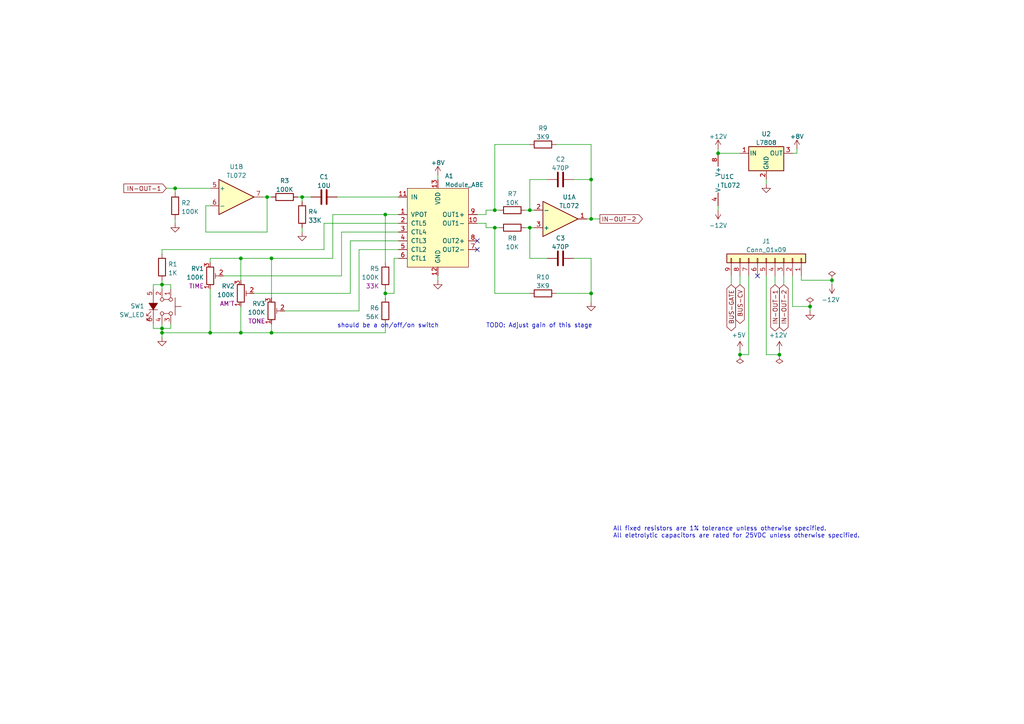
<source format=kicad_sch>
(kicad_sch (version 20211123) (generator eeschema)

  (uuid a1a9a0d8-c6de-418f-9a57-bf7f74b6d401)

  (paper "A4")

  (title_block
    (title "Eurorack ProtoModule")
    (date "2021-10-06")
    (rev "1.0")
    (company "Len Popp")
    (comment 1 "Copyright © 2022 Len Popp CC BY")
    (comment 2 "Circuit design for my custom Eurorack breadboard prototyping module")
  )

  (lib_symbols
    (symbol "-lmp-opamp:TL072" (pin_names (offset 0.127)) (in_bom yes) (on_board yes)
      (property "Reference" "U" (id 0) (at 0 5.08 0)
        (effects (font (size 1.27 1.27)) (justify left))
      )
      (property "Value" "TL072" (id 1) (at 0 -5.08 0)
        (effects (font (size 1.27 1.27)) (justify left))
      )
      (property "Footprint" "Package_DIP:DIP-8_W7.62mm" (id 2) (at 0 0 0)
        (effects (font (size 1.27 1.27)) hide)
      )
      (property "Datasheet" "https://www.ti.com/lit/ds/symlink/tl072b.pdf?ts=1628812694194" (id 3) (at 0 0 0)
        (effects (font (size 1.27 1.27)) hide)
      )
      (property "Manufacturer" "Texas Instruments" (id 4) (at 0 0 0)
        (effects (font (size 1.27 1.27)) hide)
      )
      (property "ManufacturerPartNum" "TL072BCP" (id 5) (at 0 0 0)
        (effects (font (size 1.27 1.27)) hide)
      )
      (property "Distributor" "Mouser" (id 6) (at 0 0 0)
        (effects (font (size 1.27 1.27)) hide)
      )
      (property "DistributorPartNum" "595-TL072BCP" (id 7) (at 0 0 0)
        (effects (font (size 1.27 1.27)) hide)
      )
      (property "DistributorPartLink" "https://www.mouser.ca/ProductDetail/Texas-Instruments/TL072BCP?qs=p6YqzpSxLIxmo8AyZLsP4g%3D%3D" (id 8) (at 0 0 0)
        (effects (font (size 1.27 1.27)) hide)
      )
      (property "ki_locked" "" (id 9) (at 0 0 0)
        (effects (font (size 1.27 1.27)))
      )
      (property "ki_keywords" "quad opamp" (id 10) (at 0 0 0)
        (effects (font (size 1.27 1.27)) hide)
      )
      (property "ki_description" "Dual Low-Noise JFET-Input Operational Amplifiers, DIP-8/SOIC-8" (id 11) (at 0 0 0)
        (effects (font (size 1.27 1.27)) hide)
      )
      (property "ki_fp_filters" "SOIC*3.9x4.9mm*P1.27mm* DIP*W7.62mm* TO*99* OnSemi*Micro8* TSSOP*3x3mm*P0.65mm* TSSOP*4.4x3mm*P0.65mm* MSOP*3x3mm*P0.65mm* SSOP*3.9x4.9mm*P0.635mm* LFCSP*2x2mm*P0.5mm* *SIP* SOIC*5.3x6.2mm*P1.27mm*" (id 12) (at 0 0 0)
        (effects (font (size 1.27 1.27)) hide)
      )
      (symbol "TL072_1_1"
        (polyline
          (pts
            (xy -5.08 5.08)
            (xy 5.08 0)
            (xy -5.08 -5.08)
            (xy -5.08 5.08)
          )
          (stroke (width 0.254) (type default) (color 0 0 0 0))
          (fill (type background))
        )
        (pin output line (at 7.62 0 180) (length 2.54)
          (name "~" (effects (font (size 1.27 1.27))))
          (number "1" (effects (font (size 1.27 1.27))))
        )
        (pin input line (at -7.62 -2.54 0) (length 2.54)
          (name "-" (effects (font (size 1.27 1.27))))
          (number "2" (effects (font (size 1.27 1.27))))
        )
        (pin input line (at -7.62 2.54 0) (length 2.54)
          (name "+" (effects (font (size 1.27 1.27))))
          (number "3" (effects (font (size 1.27 1.27))))
        )
      )
      (symbol "TL072_2_1"
        (polyline
          (pts
            (xy -5.08 5.08)
            (xy 5.08 0)
            (xy -5.08 -5.08)
            (xy -5.08 5.08)
          )
          (stroke (width 0.254) (type default) (color 0 0 0 0))
          (fill (type background))
        )
        (pin input line (at -7.62 2.54 0) (length 2.54)
          (name "+" (effects (font (size 1.27 1.27))))
          (number "5" (effects (font (size 1.27 1.27))))
        )
        (pin input line (at -7.62 -2.54 0) (length 2.54)
          (name "-" (effects (font (size 1.27 1.27))))
          (number "6" (effects (font (size 1.27 1.27))))
        )
        (pin output line (at 7.62 0 180) (length 2.54)
          (name "~" (effects (font (size 1.27 1.27))))
          (number "7" (effects (font (size 1.27 1.27))))
        )
      )
      (symbol "TL072_3_1"
        (pin power_in line (at -2.54 -7.62 90) (length 3.81)
          (name "V-" (effects (font (size 1.27 1.27))))
          (number "4" (effects (font (size 1.27 1.27))))
        )
        (pin power_in line (at -2.54 7.62 270) (length 3.81)
          (name "V+" (effects (font (size 1.27 1.27))))
          (number "8" (effects (font (size 1.27 1.27))))
        )
      )
    )
    (symbol "-lmp-power:+12V" (power) (pin_names (offset 0)) (in_bom yes) (on_board yes)
      (property "Reference" "#PWR" (id 0) (at 0 -3.81 0)
        (effects (font (size 1.27 1.27)) hide)
      )
      (property "Value" "+12V" (id 1) (at 0 3.556 0)
        (effects (font (size 1.27 1.27)))
      )
      (property "Footprint" "" (id 2) (at 0 0 0)
        (effects (font (size 1.27 1.27)) hide)
      )
      (property "Datasheet" "" (id 3) (at 0 0 0)
        (effects (font (size 1.27 1.27)) hide)
      )
      (property "ki_keywords" "power-flag" (id 4) (at 0 0 0)
        (effects (font (size 1.27 1.27)) hide)
      )
      (property "ki_description" "Power symbol creates a global label with name \"+12V\"" (id 5) (at 0 0 0)
        (effects (font (size 1.27 1.27)) hide)
      )
      (symbol "+12V_0_1"
        (polyline
          (pts
            (xy -0.762 1.27)
            (xy 0 2.54)
          )
          (stroke (width 0) (type default) (color 0 0 0 0))
          (fill (type none))
        )
        (polyline
          (pts
            (xy 0 0)
            (xy 0 2.54)
          )
          (stroke (width 0) (type default) (color 0 0 0 0))
          (fill (type none))
        )
        (polyline
          (pts
            (xy 0 2.54)
            (xy 0.762 1.27)
          )
          (stroke (width 0) (type default) (color 0 0 0 0))
          (fill (type none))
        )
      )
      (symbol "+12V_1_1"
        (pin power_in line (at 0 0 90) (length 0) hide
          (name "+12V" (effects (font (size 1.27 1.27))))
          (number "1" (effects (font (size 1.27 1.27))))
        )
      )
    )
    (symbol "-lmp-power:+5V" (power) (pin_names (offset 0)) (in_bom yes) (on_board yes)
      (property "Reference" "#PWR" (id 0) (at 0 -3.81 0)
        (effects (font (size 1.27 1.27)) hide)
      )
      (property "Value" "+5V" (id 1) (at 0 3.556 0)
        (effects (font (size 1.27 1.27)))
      )
      (property "Footprint" "" (id 2) (at 0 0 0)
        (effects (font (size 1.27 1.27)) hide)
      )
      (property "Datasheet" "" (id 3) (at 0 0 0)
        (effects (font (size 1.27 1.27)) hide)
      )
      (property "ki_keywords" "power-flag" (id 4) (at 0 0 0)
        (effects (font (size 1.27 1.27)) hide)
      )
      (property "ki_description" "Power symbol creates a global label with name \"+5V\"" (id 5) (at 0 0 0)
        (effects (font (size 1.27 1.27)) hide)
      )
      (symbol "+5V_0_1"
        (polyline
          (pts
            (xy -0.762 1.27)
            (xy 0 2.54)
          )
          (stroke (width 0) (type default) (color 0 0 0 0))
          (fill (type none))
        )
        (polyline
          (pts
            (xy 0 0)
            (xy 0 2.54)
          )
          (stroke (width 0) (type default) (color 0 0 0 0))
          (fill (type none))
        )
        (polyline
          (pts
            (xy 0 2.54)
            (xy 0.762 1.27)
          )
          (stroke (width 0) (type default) (color 0 0 0 0))
          (fill (type none))
        )
      )
      (symbol "+5V_1_1"
        (pin power_in line (at 0 0 90) (length 0) hide
          (name "+5V" (effects (font (size 1.27 1.27))))
          (number "1" (effects (font (size 1.27 1.27))))
        )
      )
    )
    (symbol "-lmp-power:-12V" (power) (pin_names (offset 0)) (in_bom yes) (on_board yes)
      (property "Reference" "#PWR" (id 0) (at 0 3.81 0)
        (effects (font (size 1.27 1.27)) hide)
      )
      (property "Value" "-12V" (id 1) (at 0 -3.556 0)
        (effects (font (size 1.27 1.27)))
      )
      (property "Footprint" "" (id 2) (at 0 0 0)
        (effects (font (size 1.27 1.27)) hide)
      )
      (property "Datasheet" "" (id 3) (at 0 0 0)
        (effects (font (size 1.27 1.27)) hide)
      )
      (property "ki_keywords" "power-flag" (id 4) (at 0 0 0)
        (effects (font (size 1.27 1.27)) hide)
      )
      (property "ki_description" "Power symbol creates a global label with name \"-12V\"" (id 5) (at 0 0 0)
        (effects (font (size 1.27 1.27)) hide)
      )
      (symbol "-12V_0_1"
        (polyline
          (pts
            (xy -0.762 -1.27)
            (xy 0 -2.54)
          )
          (stroke (width 0) (type default) (color 0 0 0 0))
          (fill (type none))
        )
        (polyline
          (pts
            (xy 0 -2.54)
            (xy 0.762 -1.27)
          )
          (stroke (width 0) (type default) (color 0 0 0 0))
          (fill (type none))
        )
        (polyline
          (pts
            (xy 0 0)
            (xy 0 -2.54)
          )
          (stroke (width 0) (type default) (color 0 0 0 0))
          (fill (type none))
        )
      )
      (symbol "-12V_1_1"
        (pin power_in line (at 0 0 270) (length 0) hide
          (name "-12V" (effects (font (size 1.27 1.27))))
          (number "1" (effects (font (size 1.27 1.27))))
        )
      )
    )
    (symbol "-lmp-power:GND" (power) (pin_numbers hide) (pin_names (offset 0) hide) (in_bom yes) (on_board yes)
      (property "Reference" "#PWR" (id 0) (at 0 -6.35 0)
        (effects (font (size 1.27 1.27)) hide)
      )
      (property "Value" "GND" (id 1) (at 0 -3.81 0)
        (effects (font (size 1.27 1.27)) hide)
      )
      (property "Footprint" "" (id 2) (at 0 0 0)
        (effects (font (size 1.27 1.27)) hide)
      )
      (property "Datasheet" "" (id 3) (at 0 0 0)
        (effects (font (size 1.27 1.27)) hide)
      )
      (property "ki_keywords" "power-flag" (id 4) (at 0 0 0)
        (effects (font (size 1.27 1.27)) hide)
      )
      (property "ki_description" "Power symbol creates a global label with name \"GND\" , ground" (id 5) (at 0 0 0)
        (effects (font (size 1.27 1.27)) hide)
      )
      (symbol "GND_0_1"
        (polyline
          (pts
            (xy 0 0)
            (xy 0 -1.27)
            (xy 1.27 -1.27)
            (xy 0 -2.54)
            (xy -1.27 -1.27)
            (xy 0 -1.27)
          )
          (stroke (width 0) (type default) (color 0 0 0 0))
          (fill (type none))
        )
      )
      (symbol "GND_1_1"
        (pin power_in line (at 0 0 270) (length 0) hide
          (name "GND" (effects (font (size 1.27 1.27))))
          (number "1" (effects (font (size 1.27 1.27))))
        )
      )
    )
    (symbol "-lmp-power:PWR_FLAG" (power) (pin_numbers hide) (pin_names (offset 0) hide) (in_bom yes) (on_board yes)
      (property "Reference" "#FLG" (id 0) (at 0 1.905 0)
        (effects (font (size 1.27 1.27)) hide)
      )
      (property "Value" "PWR_FLAG" (id 1) (at 0 3.81 0)
        (effects (font (size 1.27 1.27)))
      )
      (property "Footprint" "" (id 2) (at 0 0 0)
        (effects (font (size 1.27 1.27)) hide)
      )
      (property "Datasheet" "~" (id 3) (at 0 0 0)
        (effects (font (size 1.27 1.27)) hide)
      )
      (property "ki_keywords" "power-flag" (id 4) (at 0 0 0)
        (effects (font (size 1.27 1.27)) hide)
      )
      (property "ki_description" "Special symbol for telling ERC where power comes from" (id 5) (at 0 0 0)
        (effects (font (size 1.27 1.27)) hide)
      )
      (symbol "PWR_FLAG_0_0"
        (pin power_out line (at 0 0 90) (length 0)
          (name "pwr" (effects (font (size 1.27 1.27))))
          (number "1" (effects (font (size 1.27 1.27))))
        )
      )
      (symbol "PWR_FLAG_0_1"
        (polyline
          (pts
            (xy 0 0)
            (xy 0 1.27)
            (xy -1.016 1.905)
            (xy 0 2.54)
            (xy 1.016 1.905)
            (xy 0 1.27)
          )
          (stroke (width 0) (type default) (color 0 0 0 0))
          (fill (type none))
        )
      )
    )
    (symbol "-lmp-synth:CNP_10U" (pin_numbers hide) (pin_names (offset 0.254)) (in_bom yes) (on_board yes)
      (property "Reference" "C" (id 0) (at 0.635 2.54 0)
        (effects (font (size 1.27 1.27)) (justify left))
      )
      (property "Value" "CNP_10U" (id 1) (at 0.635 -2.54 0)
        (effects (font (size 1.27 1.27)) (justify left))
      )
      (property "Footprint" "-lmp-misc:C_Radial_D5.0mm_H5.0mm_P2.50mm" (id 2) (at 0.9652 -3.81 0)
        (effects (font (size 1.27 1.27)) hide)
      )
      (property "Datasheet" "https://www.mouser.ca/datasheet/2/315/ABA0000C1053-947510.pdf" (id 3) (at 0 0 0)
        (effects (font (size 1.27 1.27)) hide)
      )
      (property "Note" "Non-polarized" (id 4) (at 0 0 0)
        (effects (font (size 1.27 1.27)) hide)
      )
      (property "Manufacturer" "Panasonic" (id 5) (at 0 0 0)
        (effects (font (size 1.27 1.27)) hide)
      )
      (property "ManufacturerPartNum" "ECE-A1EN100UI" (id 6) (at 0 0 0)
        (effects (font (size 1.27 1.27)) hide)
      )
      (property "Distributor" "Mouser" (id 7) (at 0 0 0)
        (effects (font (size 1.27 1.27)) hide)
      )
      (property "DistributorPartNum" "667-ECE-A1EN100UI" (id 8) (at 0 0 0)
        (effects (font (size 1.27 1.27)) hide)
      )
      (property "DistributorPartLink" "https://www.mouser.ca/ProductDetail/Panasonic/ECE-A1EN100UI?qs=0h1gzos03f36mGOUyzNXaA%3D%3D" (id 9) (at 0 0 0)
        (effects (font (size 1.27 1.27)) hide)
      )
      (property "ki_keywords" "cap capacitor non-polarized electrolytic" (id 10) (at 0 0 0)
        (effects (font (size 1.27 1.27)) hide)
      )
      (property "ki_description" "Capacitor - Non-polarized Electrolytic" (id 11) (at 0 0 0)
        (effects (font (size 1.27 1.27)) hide)
      )
      (property "ki_fp_filters" "C_*" (id 12) (at 0 0 0)
        (effects (font (size 1.27 1.27)) hide)
      )
      (symbol "CNP_10U_0_1"
        (polyline
          (pts
            (xy -2.032 -0.762)
            (xy 2.032 -0.762)
          )
          (stroke (width 0.508) (type default) (color 0 0 0 0))
          (fill (type none))
        )
        (polyline
          (pts
            (xy -2.032 0.762)
            (xy 2.032 0.762)
          )
          (stroke (width 0.508) (type default) (color 0 0 0 0))
          (fill (type none))
        )
      )
      (symbol "CNP_10U_1_1"
        (pin passive line (at 0 3.81 270) (length 2.794)
          (name "~" (effects (font (size 1.27 1.27))))
          (number "1" (effects (font (size 1.27 1.27))))
        )
        (pin passive line (at 0 -3.81 90) (length 2.794)
          (name "~" (effects (font (size 1.27 1.27))))
          (number "2" (effects (font (size 1.27 1.27))))
        )
      )
    )
    (symbol "-lmp-synth:Module_ABE" (pin_names (offset 1.016)) (in_bom yes) (on_board yes)
      (property "Reference" "A" (id 0) (at 8.89 12.7 0)
        (effects (font (size 1.27 1.27)) (justify right))
      )
      (property "Value" "Module_ABE" (id 1) (at -8.89 12.7 0)
        (effects (font (size 1.27 1.27)) (justify left))
      )
      (property "Footprint" "-lmp-synth:Module_ABE_Vert" (id 2) (at -12.7 15.875 0)
        (effects (font (size 1.27 1.27)) hide)
      )
      (property "Datasheet" "https://www.tubesandmore.com/sites/default/files/associated_files/p-r-abe.pdf" (id 3) (at -12.7 15.875 0)
        (effects (font (size 1.27 1.27)) hide)
      )
      (property "Manufacturer" "Accu-Bell" (id 4) (at 0 0 0)
        (effects (font (size 1.27 1.27)) hide)
      )
      (property "ManufacturerPartNum" "ABE" (id 5) (at 0 0 0)
        (effects (font (size 1.27 1.27)) hide)
      )
      (property "Distributor" "Antique Electronic Supply" (id 6) (at 0 0 0)
        (effects (font (size 1.27 1.27)) hide)
      )
      (property "DistributorPartNum" "P-R-ABE" (id 7) (at 0 0 0)
        (effects (font (size 1.27 1.27)) hide)
      )
      (property "DistributorPartLink" "https://www.tubesandmore.com/products/dsp-module-abe-accu-bell-effector-3-adjustable-effects" (id 8) (at 0 0 0)
        (effects (font (size 1.27 1.27)) hide)
      )
      (property "ki_keywords" "Accu-Bell Effector effects" (id 9) (at 0 0 0)
        (effects (font (size 1.27 1.27)) hide)
      )
      (property "ki_description" "Accu-Bell Effector digital effects module" (id 10) (at 0 0 0)
        (effects (font (size 1.27 1.27)) hide)
      )
      (symbol "Module_ABE_0_1"
        (rectangle (start -8.89 11.43) (end 8.89 -11.43)
          (stroke (width 0) (type default) (color 0 0 0 0))
          (fill (type background))
        )
        (pin input line (at -11.43 8.89 0) (length 2.54)
          (name "IN" (effects (font (size 1.27 1.27))))
          (number "11" (effects (font (size 1.27 1.27))))
        )
      )
      (symbol "Module_ABE_1_1"
        (pin output line (at -11.43 3.81 0) (length 2.54)
          (name "VPOT" (effects (font (size 1.27 1.27))))
          (number "1" (effects (font (size 1.27 1.27))))
        )
        (pin output line (at 11.43 1.27 180) (length 2.54)
          (name "OUT1-" (effects (font (size 1.27 1.27))))
          (number "10" (effects (font (size 1.27 1.27))))
        )
        (pin power_in line (at 0 -13.97 90) (length 2.54)
          (name "GND" (effects (font (size 1.27 1.27))))
          (number "12" (effects (font (size 1.27 1.27))))
        )
        (pin power_in line (at 0 13.97 270) (length 2.54)
          (name "VDD" (effects (font (size 1.27 1.27))))
          (number "13" (effects (font (size 1.27 1.27))))
        )
        (pin input line (at -11.43 1.27 0) (length 2.54)
          (name "CTL5" (effects (font (size 1.27 1.27))))
          (number "2" (effects (font (size 1.27 1.27))))
        )
        (pin input line (at -11.43 -1.27 0) (length 2.54)
          (name "CTL4" (effects (font (size 1.27 1.27))))
          (number "3" (effects (font (size 1.27 1.27))))
        )
        (pin input line (at -11.43 -3.81 0) (length 2.54)
          (name "CTL3" (effects (font (size 1.27 1.27))))
          (number "4" (effects (font (size 1.27 1.27))))
        )
        (pin input line (at -11.43 -6.35 0) (length 2.54)
          (name "CTL2" (effects (font (size 1.27 1.27))))
          (number "5" (effects (font (size 1.27 1.27))))
        )
        (pin input line (at -11.43 -8.89 0) (length 2.54)
          (name "CTL1" (effects (font (size 1.27 1.27))))
          (number "6" (effects (font (size 1.27 1.27))))
        )
        (pin output line (at 11.43 -6.35 180) (length 2.54)
          (name "OUT2-" (effects (font (size 1.27 1.27))))
          (number "7" (effects (font (size 1.27 1.27))))
        )
        (pin output line (at 11.43 -3.81 180) (length 2.54)
          (name "OUT2+" (effects (font (size 1.27 1.27))))
          (number "8" (effects (font (size 1.27 1.27))))
        )
        (pin output line (at 11.43 3.81 180) (length 2.54)
          (name "OUT1+" (effects (font (size 1.27 1.27))))
          (number "9" (effects (font (size 1.27 1.27))))
        )
      )
    )
    (symbol "-lmp-synth:SW_Push_LED_C&K_D6R" (pin_names (offset 1.016) hide) (in_bom yes) (on_board yes)
      (property "Reference" "SW" (id 0) (at 0.635 5.715 0)
        (effects (font (size 1.27 1.27)) (justify left))
      )
      (property "Value" "SW_Push_LED_C&K_D6R" (id 1) (at -0.0508 -5.9182 0)
        (effects (font (size 1.27 1.27)))
      )
      (property "Footprint" "-lmp-synth:SW_Push_LED_C&K_D6R" (id 2) (at 0 7.62 0)
        (effects (font (size 1.27 1.27)) hide)
      )
      (property "Datasheet" "https://www.mouser.ca/datasheet/2/60/d6-1382571.pdf" (id 3) (at 0 7.62 0)
        (effects (font (size 1.27 1.27)) hide)
      )
      (property "Manufacturer" "C&K" (id 4) (at 0 0 0)
        (effects (font (size 1.27 1.27)) hide)
      )
      (property "ManufacturerPartNum" "D6RLBUF1 LFS" (id 5) (at 0 0 0)
        (effects (font (size 1.27 1.27)) hide)
      )
      (property "Distributor" "Mouser" (id 6) (at 0 0 0)
        (effects (font (size 1.27 1.27)) hide)
      )
      (property "DistributorPartNum" "611-D6RLBUF1LFS" (id 7) (at 0 0 0)
        (effects (font (size 1.27 1.27)) hide)
      )
      (property "DistributorPartLink" "https://www.mouser.co.uk/ProductDetail/CK/D6RLBUF1-LFS?qs=zW32dvEIR3uFcmnP%2FjXwsQ%3D%3D" (id 8) (at 0 0 0)
        (effects (font (size 1.27 1.27)) hide)
      )
      (property "ki_keywords" "switch normally-open pushbutton push-button LED C&K D6R" (id 9) (at 0 0 0)
        (effects (font (size 1.27 1.27)) hide)
      )
      (property "ki_description" "Push button switch with single LED, C&K D6R series" (id 10) (at 0 0 0)
        (effects (font (size 1.27 1.27)) hide)
      )
      (symbol "SW_Push_LED_C&K_D6R_0_0"
        (polyline
          (pts
            (xy -2.54 -2.54)
            (xy 2.54 -2.54)
          )
          (stroke (width 0) (type default) (color 0 0 0 0))
          (fill (type none))
        )
        (polyline
          (pts
            (xy 0.9398 -1.27)
            (xy 0.9398 -3.81)
          )
          (stroke (width 0) (type default) (color 0 0 0 0))
          (fill (type none))
        )
        (polyline
          (pts
            (xy 2.6924 -4.445)
            (xy 1.4224 -3.175)
          )
          (stroke (width 0) (type default) (color 0 0 0 0))
          (fill (type none))
        )
        (polyline
          (pts
            (xy 3.9624 -4.445)
            (xy 2.6924 -3.175)
          )
          (stroke (width 0) (type default) (color 0 0 0 0))
          (fill (type none))
        )
        (polyline
          (pts
            (xy 2.6924 -3.81)
            (xy 2.6924 -4.445)
            (xy 2.0574 -4.445)
          )
          (stroke (width 0) (type default) (color 0 0 0 0))
          (fill (type none))
        )
        (polyline
          (pts
            (xy 3.9624 -3.81)
            (xy 3.9624 -4.445)
            (xy 3.3274 -4.445)
          )
          (stroke (width 0) (type default) (color 0 0 0 0))
          (fill (type none))
        )
        (polyline
          (pts
            (xy 0.9398 -2.54)
            (xy -0.9652 -1.27)
            (xy -0.9652 -3.81)
            (xy 0.9398 -2.54)
          )
          (stroke (width 0) (type default) (color 0 0 0 0))
          (fill (type outline))
        )
      )
      (symbol "SW_Push_LED_C&K_D6R_0_1"
        (circle (center -2.032 2.54) (radius 0.508)
          (stroke (width 0) (type default) (color 0 0 0 0))
          (fill (type none))
        )
        (polyline
          (pts
            (xy -2.032 2.032)
            (xy -2.032 0.508)
          )
          (stroke (width 0) (type default) (color 0 0 0 0))
          (fill (type none))
        )
        (polyline
          (pts
            (xy 0 3.81)
            (xy 0 5.588)
          )
          (stroke (width 0) (type default) (color 0 0 0 0))
          (fill (type none))
        )
        (polyline
          (pts
            (xy 2.032 2.032)
            (xy 2.032 0.508)
          )
          (stroke (width 0) (type default) (color 0 0 0 0))
          (fill (type none))
        )
        (polyline
          (pts
            (xy 2.54 3.81)
            (xy -2.54 3.81)
          )
          (stroke (width 0) (type default) (color 0 0 0 0))
          (fill (type none))
        )
        (circle (center 2.032 2.54) (radius 0.508)
          (stroke (width 0) (type default) (color 0 0 0 0))
          (fill (type none))
        )
        (pin passive line (at -5.08 2.54 0) (length 2.54)
          (name "1" (effects (font (size 1.27 1.27))))
          (number "1" (effects (font (size 1.27 1.27))))
        )
        (pin passive line (at 5.08 2.54 180) (length 2.54)
          (name "3" (effects (font (size 1.27 1.27))))
          (number "3" (effects (font (size 1.27 1.27))))
        )
        (pin passive line (at -5.08 -2.54 0) (length 2.54)
          (name "A" (effects (font (size 1.27 1.27))))
          (number "5" (effects (font (size 1.27 1.27))))
        )
        (pin passive line (at 5.08 -2.54 180) (length 2.54)
          (name "K" (effects (font (size 1.27 1.27))))
          (number "6" (effects (font (size 1.27 1.27))))
        )
      )
      (symbol "SW_Push_LED_C&K_D6R_1_1"
        (circle (center -2.032 0) (radius 0.508)
          (stroke (width 0) (type default) (color 0 0 0 0))
          (fill (type none))
        )
        (circle (center 2.032 0) (radius 0.508)
          (stroke (width 0) (type default) (color 0 0 0 0))
          (fill (type none))
        )
        (pin passive line (at -5.08 0 0) (length 2.54)
          (name "2" (effects (font (size 1.27 1.27))))
          (number "2" (effects (font (size 1.27 1.27))))
        )
        (pin passive line (at 5.08 0 180) (length 2.54)
          (name "4" (effects (font (size 1.27 1.27))))
          (number "4" (effects (font (size 1.27 1.27))))
        )
      )
    )
    (symbol "-lmp:CC" (pin_numbers hide) (pin_names (offset 0.254)) (in_bom yes) (on_board yes)
      (property "Reference" "C" (id 0) (at 0.635 2.54 0)
        (effects (font (size 1.27 1.27)) (justify left))
      )
      (property "Value" "CC" (id 1) (at 0.635 -2.54 0)
        (effects (font (size 1.27 1.27)) (justify left))
      )
      (property "Footprint" "" (id 2) (at 0.9652 -3.81 0)
        (effects (font (size 1.27 1.27)) hide)
      )
      (property "Datasheet" "~" (id 3) (at 0 0 0)
        (effects (font (size 1.27 1.27)) hide)
      )
      (property "ki_keywords" "cap capacitor ceramic" (id 4) (at 0 0 0)
        (effects (font (size 1.27 1.27)) hide)
      )
      (property "ki_description" "Capacitor - Ceramic" (id 5) (at 0 0 0)
        (effects (font (size 1.27 1.27)) hide)
      )
      (property "ki_fp_filters" "C_*" (id 6) (at 0 0 0)
        (effects (font (size 1.27 1.27)) hide)
      )
      (symbol "CC_0_1"
        (polyline
          (pts
            (xy -2.032 -0.762)
            (xy 2.032 -0.762)
          )
          (stroke (width 0.508) (type default) (color 0 0 0 0))
          (fill (type none))
        )
        (polyline
          (pts
            (xy -2.032 0.762)
            (xy 2.032 0.762)
          )
          (stroke (width 0.508) (type default) (color 0 0 0 0))
          (fill (type none))
        )
      )
      (symbol "CC_1_1"
        (pin passive line (at 0 3.81 270) (length 2.794)
          (name "~" (effects (font (size 1.27 1.27))))
          (number "1" (effects (font (size 1.27 1.27))))
        )
        (pin passive line (at 0 -3.81 90) (length 2.794)
          (name "~" (effects (font (size 1.27 1.27))))
          (number "2" (effects (font (size 1.27 1.27))))
        )
      )
    )
    (symbol "-lmp:R_1%_0W166" (pin_numbers hide) (pin_names (offset 0)) (in_bom yes) (on_board yes)
      (property "Reference" "R" (id 0) (at -2.286 0 90)
        (effects (font (size 1.27 1.27)))
      )
      (property "Value" "R_1%_0W166" (id 1) (at 2.413 0 90)
        (effects (font (size 1.27 1.27)))
      )
      (property "Footprint" "-lmp-misc:R_Axial_DIN0207_L6.3mm_D2.5mm_P7.62mm_Horizontal" (id 2) (at -1.778 0 90)
        (effects (font (size 1.27 1.27)) hide)
      )
      (property "Datasheet" "https://www.mouser.ca/datasheet/2/447/Yageo_LR_MFR_1-1714151.pdf" (id 3) (at 0 0 0)
        (effects (font (size 1.27 1.27)) hide)
      )
      (property "Manufacturer" "YAGEO" (id 4) (at 0 0 0)
        (effects (font (size 1.27 1.27)) hide)
      )
      (property "ManufacturerPartNum" "MFR-12*" (id 5) (at 0 0 0)
        (effects (font (size 1.27 1.27)) hide)
      )
      (property "Distributor" "Mouser" (id 6) (at 0 0 0)
        (effects (font (size 1.27 1.27)) hide)
      )
      (property "DistributorPartNum" "603-MFR-12*" (id 7) (at 0 0 0)
        (effects (font (size 1.27 1.27)) hide)
      )
      (property "DistributorPartLink" "https://www.mouser.ca/c/?m=YAGEO&power+rating=166+mW+(1%2f6+W)&tolerance=1+%25&instock=y" (id 8) (at 0 0 0)
        (effects (font (size 1.27 1.27)) hide)
      )
      (property "Value2" "1%, 1/6 W" (id 9) (at 4.953 0 90)
        (effects (font (size 1.27 1.27)) hide)
      )
      (property "ki_keywords" "R res resistor" (id 10) (at 0 0 0)
        (effects (font (size 1.27 1.27)) hide)
      )
      (property "ki_description" "Resistor" (id 11) (at 0 0 0)
        (effects (font (size 1.27 1.27)) hide)
      )
      (property "ki_fp_filters" "R_*" (id 12) (at 0 0 0)
        (effects (font (size 1.27 1.27)) hide)
      )
      (symbol "R_1%_0W166_0_1"
        (rectangle (start -1.016 -2.54) (end 1.016 2.54)
          (stroke (width 0.254) (type default) (color 0 0 0 0))
          (fill (type none))
        )
      )
      (symbol "R_1%_0W166_1_1"
        (pin passive line (at 0 3.81 270) (length 1.27)
          (name "~" (effects (font (size 1.27 1.27))))
          (number "1" (effects (font (size 1.27 1.27))))
        )
        (pin passive line (at 0 -3.81 90) (length 1.27)
          (name "~" (effects (font (size 1.27 1.27))))
          (number "2" (effects (font (size 1.27 1.27))))
        )
      )
    )
    (symbol "-lmp:R_POT_TRIM" (pin_names (offset 1.016) hide) (in_bom yes) (on_board yes)
      (property "Reference" "RV" (id 0) (at -6.858 0 90)
        (effects (font (size 1.27 1.27)))
      )
      (property "Value" "R_POT_TRIM" (id 1) (at -4.953 0 90)
        (effects (font (size 1.27 1.27)))
      )
      (property "Footprint" "-lmp-misc:Potentiometer_Bourns_3386P_Top" (id 2) (at 0 0 0)
        (effects (font (size 1.27 1.27)) hide)
      )
      (property "Datasheet" "https://www.mouser.ca/datasheet/2/54/3386-776606.pdf" (id 3) (at 0 0 0)
        (effects (font (size 1.27 1.27)) hide)
      )
      (property "Label" "[label]" (id 4) (at -2.921 0 90)
        (effects (font (size 1.27 1.27)))
      )
      (property "Manufacturer" "Bourns" (id 5) (at 0 0 0)
        (effects (font (size 1.27 1.27)) hide)
      )
      (property "ManufacturerPartNum" "3386*" (id 6) (at 0 0 0)
        (effects (font (size 1.27 1.27)) hide)
      )
      (property "Distributor" "Mouser" (id 7) (at 0 0 0)
        (effects (font (size 1.27 1.27)) hide)
      )
      (property "DistributorPartNum" "652-3386*" (id 8) (at 0 0 0)
        (effects (font (size 1.27 1.27)) hide)
      )
      (property "DistributorPartLink" "https://www.mouser.ca/c/passive-components/resistors/variable-resistors/trimmer-resistors-through-hole/?number+of+turns=1&series=3386&instock=y" (id 9) (at 0 0 0)
        (effects (font (size 1.27 1.27)) hide)
      )
      (property "ki_keywords" "resistor variable trimpot trimmer" (id 10) (at 0 0 0)
        (effects (font (size 1.27 1.27)) hide)
      )
      (property "ki_description" "Trim-potentiometer" (id 11) (at 0 0 0)
        (effects (font (size 1.27 1.27)) hide)
      )
      (property "ki_fp_filters" "Potentiometer*" (id 12) (at 0 0 0)
        (effects (font (size 1.27 1.27)) hide)
      )
      (symbol "R_POT_TRIM_0_1"
        (polyline
          (pts
            (xy 1.524 0.762)
            (xy 1.524 -0.762)
          )
          (stroke (width 0) (type default) (color 0 0 0 0))
          (fill (type none))
        )
        (polyline
          (pts
            (xy 2.54 0)
            (xy 1.524 0)
          )
          (stroke (width 0) (type default) (color 0 0 0 0))
          (fill (type none))
        )
        (rectangle (start 1.016 2.54) (end -1.016 -2.54)
          (stroke (width 0.254) (type default) (color 0 0 0 0))
          (fill (type none))
        )
      )
      (symbol "R_POT_TRIM_1_1"
        (pin passive line (at 0 3.81 270) (length 1.27)
          (name "1" (effects (font (size 1.27 1.27))))
          (number "1" (effects (font (size 1.27 1.27))))
        )
        (pin passive line (at 3.81 0 180) (length 1.27)
          (name "2" (effects (font (size 1.27 1.27))))
          (number "2" (effects (font (size 1.27 1.27))))
        )
        (pin passive line (at 0 -3.81 90) (length 1.27)
          (name "3" (effects (font (size 1.27 1.27))))
          (number "3" (effects (font (size 1.27 1.27))))
        )
      )
    )
    (symbol "Connector_Generic:Conn_01x09" (pin_names (offset 1.016) hide) (in_bom yes) (on_board yes)
      (property "Reference" "J" (id 0) (at 0 12.7 0)
        (effects (font (size 1.27 1.27)))
      )
      (property "Value" "Conn_01x09" (id 1) (at 0 -12.7 0)
        (effects (font (size 1.27 1.27)))
      )
      (property "Footprint" "" (id 2) (at 0 0 0)
        (effects (font (size 1.27 1.27)) hide)
      )
      (property "Datasheet" "~" (id 3) (at 0 0 0)
        (effects (font (size 1.27 1.27)) hide)
      )
      (property "ki_keywords" "connector" (id 4) (at 0 0 0)
        (effects (font (size 1.27 1.27)) hide)
      )
      (property "ki_description" "Generic connector, single row, 01x09, script generated (kicad-library-utils/schlib/autogen/connector/)" (id 5) (at 0 0 0)
        (effects (font (size 1.27 1.27)) hide)
      )
      (property "ki_fp_filters" "Connector*:*_1x??_*" (id 6) (at 0 0 0)
        (effects (font (size 1.27 1.27)) hide)
      )
      (symbol "Conn_01x09_1_1"
        (rectangle (start -1.27 -10.033) (end 0 -10.287)
          (stroke (width 0.1524) (type default) (color 0 0 0 0))
          (fill (type none))
        )
        (rectangle (start -1.27 -7.493) (end 0 -7.747)
          (stroke (width 0.1524) (type default) (color 0 0 0 0))
          (fill (type none))
        )
        (rectangle (start -1.27 -4.953) (end 0 -5.207)
          (stroke (width 0.1524) (type default) (color 0 0 0 0))
          (fill (type none))
        )
        (rectangle (start -1.27 -2.413) (end 0 -2.667)
          (stroke (width 0.1524) (type default) (color 0 0 0 0))
          (fill (type none))
        )
        (rectangle (start -1.27 0.127) (end 0 -0.127)
          (stroke (width 0.1524) (type default) (color 0 0 0 0))
          (fill (type none))
        )
        (rectangle (start -1.27 2.667) (end 0 2.413)
          (stroke (width 0.1524) (type default) (color 0 0 0 0))
          (fill (type none))
        )
        (rectangle (start -1.27 5.207) (end 0 4.953)
          (stroke (width 0.1524) (type default) (color 0 0 0 0))
          (fill (type none))
        )
        (rectangle (start -1.27 7.747) (end 0 7.493)
          (stroke (width 0.1524) (type default) (color 0 0 0 0))
          (fill (type none))
        )
        (rectangle (start -1.27 10.287) (end 0 10.033)
          (stroke (width 0.1524) (type default) (color 0 0 0 0))
          (fill (type none))
        )
        (rectangle (start -1.27 11.43) (end 1.27 -11.43)
          (stroke (width 0.254) (type default) (color 0 0 0 0))
          (fill (type background))
        )
        (pin passive line (at -5.08 10.16 0) (length 3.81)
          (name "Pin_1" (effects (font (size 1.27 1.27))))
          (number "1" (effects (font (size 1.27 1.27))))
        )
        (pin passive line (at -5.08 7.62 0) (length 3.81)
          (name "Pin_2" (effects (font (size 1.27 1.27))))
          (number "2" (effects (font (size 1.27 1.27))))
        )
        (pin passive line (at -5.08 5.08 0) (length 3.81)
          (name "Pin_3" (effects (font (size 1.27 1.27))))
          (number "3" (effects (font (size 1.27 1.27))))
        )
        (pin passive line (at -5.08 2.54 0) (length 3.81)
          (name "Pin_4" (effects (font (size 1.27 1.27))))
          (number "4" (effects (font (size 1.27 1.27))))
        )
        (pin passive line (at -5.08 0 0) (length 3.81)
          (name "Pin_5" (effects (font (size 1.27 1.27))))
          (number "5" (effects (font (size 1.27 1.27))))
        )
        (pin passive line (at -5.08 -2.54 0) (length 3.81)
          (name "Pin_6" (effects (font (size 1.27 1.27))))
          (number "6" (effects (font (size 1.27 1.27))))
        )
        (pin passive line (at -5.08 -5.08 0) (length 3.81)
          (name "Pin_7" (effects (font (size 1.27 1.27))))
          (number "7" (effects (font (size 1.27 1.27))))
        )
        (pin passive line (at -5.08 -7.62 0) (length 3.81)
          (name "Pin_8" (effects (font (size 1.27 1.27))))
          (number "8" (effects (font (size 1.27 1.27))))
        )
        (pin passive line (at -5.08 -10.16 0) (length 3.81)
          (name "Pin_9" (effects (font (size 1.27 1.27))))
          (number "9" (effects (font (size 1.27 1.27))))
        )
      )
    )
    (symbol "Regulator_Linear:L7808" (pin_names (offset 0.254)) (in_bom yes) (on_board yes)
      (property "Reference" "U" (id 0) (at -3.81 3.175 0)
        (effects (font (size 1.27 1.27)))
      )
      (property "Value" "L7808" (id 1) (at 0 3.175 0)
        (effects (font (size 1.27 1.27)) (justify left))
      )
      (property "Footprint" "" (id 2) (at 0.635 -3.81 0)
        (effects (font (size 1.27 1.27) italic) (justify left) hide)
      )
      (property "Datasheet" "http://www.st.com/content/ccc/resource/technical/document/datasheet/41/4f/b3/b0/12/d4/47/88/CD00000444.pdf/files/CD00000444.pdf/jcr:content/translations/en.CD00000444.pdf" (id 3) (at 0 -1.27 0)
        (effects (font (size 1.27 1.27)) hide)
      )
      (property "ki_keywords" "Voltage Regulator 1.5A Positive" (id 4) (at 0 0 0)
        (effects (font (size 1.27 1.27)) hide)
      )
      (property "ki_description" "Positive 1.5A 35V Linear Regulator, Fixed Output 8V, TO-220/TO-263/TO-252" (id 5) (at 0 0 0)
        (effects (font (size 1.27 1.27)) hide)
      )
      (property "ki_fp_filters" "TO?252* TO?263* TO?220*" (id 6) (at 0 0 0)
        (effects (font (size 1.27 1.27)) hide)
      )
      (symbol "L7808_0_1"
        (rectangle (start -5.08 1.905) (end 5.08 -5.08)
          (stroke (width 0.254) (type default) (color 0 0 0 0))
          (fill (type background))
        )
      )
      (symbol "L7808_1_1"
        (pin power_in line (at -7.62 0 0) (length 2.54)
          (name "IN" (effects (font (size 1.27 1.27))))
          (number "1" (effects (font (size 1.27 1.27))))
        )
        (pin power_in line (at 0 -7.62 90) (length 2.54)
          (name "GND" (effects (font (size 1.27 1.27))))
          (number "2" (effects (font (size 1.27 1.27))))
        )
        (pin power_out line (at 7.62 0 180) (length 2.54)
          (name "OUT" (effects (font (size 1.27 1.27))))
          (number "3" (effects (font (size 1.27 1.27))))
        )
      )
    )
    (symbol "power:+8V" (power) (pin_names (offset 0)) (in_bom yes) (on_board yes)
      (property "Reference" "#PWR" (id 0) (at 0 -3.81 0)
        (effects (font (size 1.27 1.27)) hide)
      )
      (property "Value" "+8V" (id 1) (at 0 3.556 0)
        (effects (font (size 1.27 1.27)))
      )
      (property "Footprint" "" (id 2) (at 0 0 0)
        (effects (font (size 1.27 1.27)) hide)
      )
      (property "Datasheet" "" (id 3) (at 0 0 0)
        (effects (font (size 1.27 1.27)) hide)
      )
      (property "ki_keywords" "power-flag" (id 4) (at 0 0 0)
        (effects (font (size 1.27 1.27)) hide)
      )
      (property "ki_description" "Power symbol creates a global label with name \"+8V\"" (id 5) (at 0 0 0)
        (effects (font (size 1.27 1.27)) hide)
      )
      (symbol "+8V_0_1"
        (polyline
          (pts
            (xy -0.762 1.27)
            (xy 0 2.54)
          )
          (stroke (width 0) (type default) (color 0 0 0 0))
          (fill (type none))
        )
        (polyline
          (pts
            (xy 0 0)
            (xy 0 2.54)
          )
          (stroke (width 0) (type default) (color 0 0 0 0))
          (fill (type none))
        )
        (polyline
          (pts
            (xy 0 2.54)
            (xy 0.762 1.27)
          )
          (stroke (width 0) (type default) (color 0 0 0 0))
          (fill (type none))
        )
      )
      (symbol "+8V_1_1"
        (pin power_in line (at 0 0 90) (length 0) hide
          (name "+8V" (effects (font (size 1.27 1.27))))
          (number "1" (effects (font (size 1.27 1.27))))
        )
      )
    )
  )

  (junction (at 171.45 63.5) (diameter 0) (color 0 0 0 0)
    (uuid 01f87441-e212-4b07-9ea8-e23e94b82786)
  )
  (junction (at 143.51 60.96) (diameter 0) (color 0 0 0 0)
    (uuid 054cd36f-7a19-4872-9906-6ae285bee2a9)
  )
  (junction (at 111.76 85.09) (diameter 0) (color 0 0 0 0)
    (uuid 0c3f08f9-553b-4f7e-bc89-8a73cbf1642e)
  )
  (junction (at 153.67 60.96) (diameter 0) (color 0 0 0 0)
    (uuid 2c422355-348f-41cd-ae63-c038ed237ee2)
  )
  (junction (at 69.85 96.52) (diameter 0) (color 0 0 0 0)
    (uuid 53fd6066-22ba-4e53-a4d5-6110d02c0fc7)
  )
  (junction (at 69.85 74.93) (diameter 0) (color 0 0 0 0)
    (uuid 58157741-1ab9-4af8-a52c-972d3b24f487)
  )
  (junction (at 46.99 96.52) (diameter 0) (color 0 0 0 0)
    (uuid 64145e1c-df09-4293-9e9b-efe6e0dd8f13)
  )
  (junction (at 46.99 82.55) (diameter 0) (color 0 0 0 0)
    (uuid 6f69e86b-c1d8-4bf0-9fdf-6c1e6927f0b2)
  )
  (junction (at 208.28 44.45) (diameter 0) (color 0 0 0 0)
    (uuid 765407c1-56df-4933-95a1-a6ec9ef51e3d)
  )
  (junction (at 87.63 57.15) (diameter 0) (color 0 0 0 0)
    (uuid 76aca84b-af5a-4208-9360-e9e2f42069ad)
  )
  (junction (at 234.95 88.9) (diameter 0) (color 0 0 0 0)
    (uuid 7ea85228-de9d-46bb-aa3c-34dfb8e54239)
  )
  (junction (at 226.06 102.87) (diameter 0) (color 0 0 0 0)
    (uuid 83c70ce6-e441-4b07-80a6-2f5fb8a6492d)
  )
  (junction (at 143.51 66.04) (diameter 0) (color 0 0 0 0)
    (uuid 85b31a26-4188-416a-bcb3-c3de2c6c741a)
  )
  (junction (at 78.74 74.93) (diameter 0) (color 0 0 0 0)
    (uuid 87901649-4c53-45cc-a20a-aac81bc6365e)
  )
  (junction (at 111.76 62.23) (diameter 0) (color 0 0 0 0)
    (uuid 936227e4-44c2-47a2-895f-febda22f9996)
  )
  (junction (at 153.67 66.04) (diameter 0) (color 0 0 0 0)
    (uuid acbfdf92-0b09-4d74-b106-3f5ff67936d7)
  )
  (junction (at 171.45 52.07) (diameter 0) (color 0 0 0 0)
    (uuid b1b2756a-f402-40a9-8ac6-ac5ee1b334c9)
  )
  (junction (at 78.74 96.52) (diameter 0) (color 0 0 0 0)
    (uuid c2b4b292-4136-4914-907e-74af89428f10)
  )
  (junction (at 171.45 85.09) (diameter 0) (color 0 0 0 0)
    (uuid c7a6c1bc-2917-4fcf-90d7-27556f5abe0d)
  )
  (junction (at 77.47 57.15) (diameter 0) (color 0 0 0 0)
    (uuid cd49b93f-6bd0-4937-b599-00e2da3fc297)
  )
  (junction (at 60.96 96.52) (diameter 0) (color 0 0 0 0)
    (uuid cdba091c-66f7-4bff-bdce-0fedd52b01b6)
  )
  (junction (at 241.3 81.28) (diameter 0) (color 0 0 0 0)
    (uuid d1038279-4eb4-4065-836c-dbd8cfc6d4a4)
  )
  (junction (at 46.99 95.25) (diameter 0) (color 0 0 0 0)
    (uuid da1a9be1-e153-48b8-b052-cd2fe43350ba)
  )
  (junction (at 214.63 102.87) (diameter 0) (color 0 0 0 0)
    (uuid e06225e3-eb34-4222-b283-4c5fa1a14550)
  )
  (junction (at 50.8 54.61) (diameter 0) (color 0 0 0 0)
    (uuid e2c383df-ed27-4759-a6d2-b2a4c8c65d4e)
  )

  (no_connect (at 219.71 80.01) (uuid 90a74f5e-7380-4ff0-bb5e-d9d5841f174b))
  (no_connect (at 138.43 69.85) (uuid 934157ab-2711-4498-9c27-c042d11903b7))
  (no_connect (at 138.43 72.39) (uuid 934157ab-2711-4498-9c27-c042d11903b8))

  (wire (pts (xy 154.94 66.04) (xy 153.67 66.04))
    (stroke (width 0) (type default) (color 0 0 0 0))
    (uuid 05d2f77b-2341-43e0-b517-4c89288565fe)
  )
  (wire (pts (xy 46.99 72.39) (xy 93.98 72.39))
    (stroke (width 0) (type default) (color 0 0 0 0))
    (uuid 06ecc2c9-a4f3-4147-82c2-e551f0ef0253)
  )
  (wire (pts (xy 44.45 95.25) (xy 46.99 95.25))
    (stroke (width 0) (type default) (color 0 0 0 0))
    (uuid 09875a19-a7c1-4c44-99a4-f78d8e056ef4)
  )
  (wire (pts (xy 46.99 72.39) (xy 46.99 73.66))
    (stroke (width 0) (type default) (color 0 0 0 0))
    (uuid 0aba664d-1985-47f4-8b1f-6b45a9ed1260)
  )
  (wire (pts (xy 208.28 44.45) (xy 214.63 44.45))
    (stroke (width 0) (type default) (color 0 0 0 0))
    (uuid 0b994e42-6df8-45a6-a558-4c6123198ca2)
  )
  (wire (pts (xy 87.63 58.42) (xy 87.63 57.15))
    (stroke (width 0) (type default) (color 0 0 0 0))
    (uuid 0db49795-f873-49ff-b58a-261a47b515d8)
  )
  (wire (pts (xy 111.76 83.82) (xy 111.76 85.09))
    (stroke (width 0) (type default) (color 0 0 0 0))
    (uuid 0dcb3fa1-b83e-409c-961a-8e25893a9b25)
  )
  (wire (pts (xy 208.28 43.18) (xy 208.28 44.45))
    (stroke (width 0) (type default) (color 0 0 0 0))
    (uuid 0f4b9ee7-d951-48c0-ba47-518143e09264)
  )
  (wire (pts (xy 140.97 60.96) (xy 143.51 60.96))
    (stroke (width 0) (type default) (color 0 0 0 0))
    (uuid 14c6dd30-856b-42e6-b92c-a227af5bba1d)
  )
  (wire (pts (xy 171.45 85.09) (xy 171.45 87.63))
    (stroke (width 0) (type default) (color 0 0 0 0))
    (uuid 15358253-05a6-48af-97e1-d4a250cf85fa)
  )
  (wire (pts (xy 224.79 80.01) (xy 224.79 82.55))
    (stroke (width 0) (type default) (color 0 0 0 0))
    (uuid 15f06c58-f54a-4e99-8411-3b02ee2b6d87)
  )
  (wire (pts (xy 111.76 93.98) (xy 111.76 96.52))
    (stroke (width 0) (type default) (color 0 0 0 0))
    (uuid 1616bd3f-34ad-4a85-ad9c-12638dd5ae3b)
  )
  (wire (pts (xy 171.45 85.09) (xy 171.45 74.93))
    (stroke (width 0) (type default) (color 0 0 0 0))
    (uuid 165fa6e7-b35b-43ba-8a3d-4faf74fad9bf)
  )
  (wire (pts (xy 214.63 102.87) (xy 217.17 102.87))
    (stroke (width 0) (type default) (color 0 0 0 0))
    (uuid 16a7e0a2-3e0c-4e8d-a95d-0aa2745b5fd4)
  )
  (wire (pts (xy 143.51 41.91) (xy 153.67 41.91))
    (stroke (width 0) (type default) (color 0 0 0 0))
    (uuid 17c6736f-5d05-49a9-be0d-b4b501ed202a)
  )
  (wire (pts (xy 77.47 57.15) (xy 77.47 67.31))
    (stroke (width 0) (type default) (color 0 0 0 0))
    (uuid 19553176-78c7-4a77-8c11-0b2a6c6ad2c6)
  )
  (wire (pts (xy 232.41 81.28) (xy 241.3 81.28))
    (stroke (width 0) (type default) (color 0 0 0 0))
    (uuid 1b59498e-fed4-40a3-97df-2886f1711aad)
  )
  (wire (pts (xy 78.74 74.93) (xy 96.52 74.93))
    (stroke (width 0) (type default) (color 0 0 0 0))
    (uuid 1beeb80e-0ba7-41b4-8eaa-d770443749ac)
  )
  (wire (pts (xy 115.57 74.93) (xy 114.3 74.93))
    (stroke (width 0) (type default) (color 0 0 0 0))
    (uuid 1d2dcba0-f893-48aa-a014-0af7badfcfc8)
  )
  (wire (pts (xy 76.2 57.15) (xy 77.47 57.15))
    (stroke (width 0) (type default) (color 0 0 0 0))
    (uuid 1e84c9ba-a24c-40c8-8fb0-ff2facc84dc4)
  )
  (wire (pts (xy 166.37 52.07) (xy 171.45 52.07))
    (stroke (width 0) (type default) (color 0 0 0 0))
    (uuid 1f90039a-8828-4ff7-bafe-afed2eb737da)
  )
  (wire (pts (xy 60.96 74.93) (xy 69.85 74.93))
    (stroke (width 0) (type default) (color 0 0 0 0))
    (uuid 1ffbeabc-d89c-4b47-9948-3d09612e6cd1)
  )
  (wire (pts (xy 241.3 81.28) (xy 241.3 82.55))
    (stroke (width 0) (type default) (color 0 0 0 0))
    (uuid 205abb1a-e53d-43ca-8aa5-51b63e522399)
  )
  (wire (pts (xy 144.78 66.04) (xy 143.51 66.04))
    (stroke (width 0) (type default) (color 0 0 0 0))
    (uuid 22b6dad9-89a8-438a-9a93-10c71834f29b)
  )
  (wire (pts (xy 46.99 82.55) (xy 46.99 83.82))
    (stroke (width 0) (type default) (color 0 0 0 0))
    (uuid 23577799-0459-4281-a9b9-0bfa8afdf300)
  )
  (wire (pts (xy 140.97 62.23) (xy 140.97 60.96))
    (stroke (width 0) (type default) (color 0 0 0 0))
    (uuid 29bce1d6-4dbc-4aa8-96a4-156f06eca6e6)
  )
  (wire (pts (xy 46.99 95.25) (xy 49.53 95.25))
    (stroke (width 0) (type default) (color 0 0 0 0))
    (uuid 2af2155f-7195-4352-a2be-0e7a9cf2d13f)
  )
  (wire (pts (xy 64.77 80.01) (xy 99.06 80.01))
    (stroke (width 0) (type default) (color 0 0 0 0))
    (uuid 300cb1f0-d766-4232-8863-28681f9af15e)
  )
  (wire (pts (xy 111.76 85.09) (xy 111.76 86.36))
    (stroke (width 0) (type default) (color 0 0 0 0))
    (uuid 34948c72-242d-465a-a3c8-e955df021650)
  )
  (wire (pts (xy 69.85 74.93) (xy 69.85 81.28))
    (stroke (width 0) (type default) (color 0 0 0 0))
    (uuid 354205d9-9cfa-463f-b93f-930ea0b511bc)
  )
  (wire (pts (xy 77.47 67.31) (xy 59.69 67.31))
    (stroke (width 0) (type default) (color 0 0 0 0))
    (uuid 3ecb3697-2e28-4a77-9a1e-f35abc1a8bd4)
  )
  (wire (pts (xy 214.63 101.6) (xy 214.63 102.87))
    (stroke (width 0) (type default) (color 0 0 0 0))
    (uuid 429879b2-b02e-428e-aa75-e3e41021046f)
  )
  (wire (pts (xy 87.63 57.15) (xy 86.36 57.15))
    (stroke (width 0) (type default) (color 0 0 0 0))
    (uuid 4a71bdc9-705f-45ba-bc69-53a25d25805b)
  )
  (wire (pts (xy 161.29 85.09) (xy 171.45 85.09))
    (stroke (width 0) (type default) (color 0 0 0 0))
    (uuid 4a723cff-b1ce-4501-9a7b-b23fb7128b91)
  )
  (wire (pts (xy 171.45 74.93) (xy 166.37 74.93))
    (stroke (width 0) (type default) (color 0 0 0 0))
    (uuid 4e3b0f85-5c4e-4dff-ac28-41f9046d0677)
  )
  (wire (pts (xy 114.3 85.09) (xy 111.76 85.09))
    (stroke (width 0) (type default) (color 0 0 0 0))
    (uuid 520fdce2-dda2-4cbb-b376-4bee71bb711c)
  )
  (wire (pts (xy 69.85 74.93) (xy 78.74 74.93))
    (stroke (width 0) (type default) (color 0 0 0 0))
    (uuid 527189a2-bd47-4d60-bb4c-d32824c56609)
  )
  (wire (pts (xy 217.17 102.87) (xy 217.17 80.01))
    (stroke (width 0) (type default) (color 0 0 0 0))
    (uuid 529203ba-fbff-4f97-b041-152e441619f5)
  )
  (wire (pts (xy 49.53 83.82) (xy 49.53 82.55))
    (stroke (width 0) (type default) (color 0 0 0 0))
    (uuid 5355e00b-2e34-42f1-a326-2adbbe471d11)
  )
  (wire (pts (xy 222.25 102.87) (xy 226.06 102.87))
    (stroke (width 0) (type default) (color 0 0 0 0))
    (uuid 554b8be7-1943-45a4-a457-6b2d60ac1024)
  )
  (wire (pts (xy 143.51 66.04) (xy 143.51 85.09))
    (stroke (width 0) (type default) (color 0 0 0 0))
    (uuid 5561b0c8-213a-49fb-a3bf-801de5f770db)
  )
  (wire (pts (xy 153.67 66.04) (xy 152.4 66.04))
    (stroke (width 0) (type default) (color 0 0 0 0))
    (uuid 57257bce-e248-40b6-bf94-3b2e1ebef57f)
  )
  (wire (pts (xy 227.33 82.55) (xy 227.33 80.01))
    (stroke (width 0) (type default) (color 0 0 0 0))
    (uuid 57d975d4-6607-4de8-909d-121b06b236cd)
  )
  (wire (pts (xy 111.76 62.23) (xy 111.76 76.2))
    (stroke (width 0) (type default) (color 0 0 0 0))
    (uuid 585464fb-371a-40f3-8dc3-b97ed091506d)
  )
  (wire (pts (xy 115.57 67.31) (xy 99.06 67.31))
    (stroke (width 0) (type default) (color 0 0 0 0))
    (uuid 5bb6b45a-6a6b-4ba5-856d-014c44d91e74)
  )
  (wire (pts (xy 153.67 60.96) (xy 154.94 60.96))
    (stroke (width 0) (type default) (color 0 0 0 0))
    (uuid 5dde84ee-266a-456e-85de-78c17f4e3057)
  )
  (wire (pts (xy 127 80.01) (xy 127 81.28))
    (stroke (width 0) (type default) (color 0 0 0 0))
    (uuid 601c6a04-3443-44f4-86a0-25367e748545)
  )
  (wire (pts (xy 231.14 44.45) (xy 229.87 44.45))
    (stroke (width 0) (type default) (color 0 0 0 0))
    (uuid 62b8b9b8-d9ea-44ce-8cce-5046af3b4e9a)
  )
  (wire (pts (xy 161.29 41.91) (xy 171.45 41.91))
    (stroke (width 0) (type default) (color 0 0 0 0))
    (uuid 638fa4fb-e1eb-4630-a875-85f3700e7b3f)
  )
  (wire (pts (xy 46.99 82.55) (xy 44.45 82.55))
    (stroke (width 0) (type default) (color 0 0 0 0))
    (uuid 64e6d96b-7ba9-4ee3-8781-01ca8efc6b93)
  )
  (wire (pts (xy 104.14 90.17) (xy 104.14 72.39))
    (stroke (width 0) (type default) (color 0 0 0 0))
    (uuid 65bd12eb-c456-47bd-8488-96fadb5c8c4d)
  )
  (wire (pts (xy 46.99 95.25) (xy 46.99 96.52))
    (stroke (width 0) (type default) (color 0 0 0 0))
    (uuid 6715f1d6-b63e-4a35-a7d0-636ea2d714bb)
  )
  (wire (pts (xy 93.98 64.77) (xy 93.98 72.39))
    (stroke (width 0) (type default) (color 0 0 0 0))
    (uuid 676b8322-df17-41f4-b67e-15da1e986606)
  )
  (wire (pts (xy 111.76 96.52) (xy 78.74 96.52))
    (stroke (width 0) (type default) (color 0 0 0 0))
    (uuid 67e64a04-befa-49ef-bafd-d67f31ef0222)
  )
  (wire (pts (xy 231.14 43.18) (xy 231.14 44.45))
    (stroke (width 0) (type default) (color 0 0 0 0))
    (uuid 689fc3b6-5158-4b4e-97d4-8af331c95c34)
  )
  (wire (pts (xy 99.06 67.31) (xy 99.06 80.01))
    (stroke (width 0) (type default) (color 0 0 0 0))
    (uuid 690cb439-8dfe-4888-ad47-2afa80327787)
  )
  (wire (pts (xy 138.43 64.77) (xy 140.97 64.77))
    (stroke (width 0) (type default) (color 0 0 0 0))
    (uuid 6a485807-5075-4e5f-b57f-a6abcb0e72e5)
  )
  (wire (pts (xy 73.66 85.09) (xy 101.6 85.09))
    (stroke (width 0) (type default) (color 0 0 0 0))
    (uuid 6ada09e8-43e6-4337-9b25-9f7b7c5eda9c)
  )
  (wire (pts (xy 152.4 60.96) (xy 153.67 60.96))
    (stroke (width 0) (type default) (color 0 0 0 0))
    (uuid 6af00c4f-fa82-4984-9b30-199fcb8ec02e)
  )
  (wire (pts (xy 115.57 64.77) (xy 93.98 64.77))
    (stroke (width 0) (type default) (color 0 0 0 0))
    (uuid 6b4a2bd8-0e0b-4691-978b-d1b0123db8c3)
  )
  (wire (pts (xy 232.41 81.28) (xy 232.41 80.01))
    (stroke (width 0) (type default) (color 0 0 0 0))
    (uuid 6c027193-51a5-47ee-909d-a5cb24c49931)
  )
  (wire (pts (xy 143.51 41.91) (xy 143.51 60.96))
    (stroke (width 0) (type default) (color 0 0 0 0))
    (uuid 71db5617-7254-4e10-9809-6920f65c5293)
  )
  (wire (pts (xy 49.53 95.25) (xy 49.53 93.98))
    (stroke (width 0) (type default) (color 0 0 0 0))
    (uuid 7522a048-2837-4992-8f94-debab7e3dea4)
  )
  (wire (pts (xy 234.95 88.9) (xy 229.87 88.9))
    (stroke (width 0) (type default) (color 0 0 0 0))
    (uuid 78eaf86f-e933-4844-b00d-e0b3fe26d052)
  )
  (wire (pts (xy 143.51 85.09) (xy 153.67 85.09))
    (stroke (width 0) (type default) (color 0 0 0 0))
    (uuid 79dbe9af-79de-425f-b49a-2e048e3a2503)
  )
  (wire (pts (xy 50.8 55.88) (xy 50.8 54.61))
    (stroke (width 0) (type default) (color 0 0 0 0))
    (uuid 7e7cd1ba-88e0-4590-937e-3da3b4c56cac)
  )
  (wire (pts (xy 138.43 62.23) (xy 140.97 62.23))
    (stroke (width 0) (type default) (color 0 0 0 0))
    (uuid 80ec6318-2385-475a-84a9-38eab59d9bb1)
  )
  (wire (pts (xy 153.67 66.04) (xy 153.67 74.93))
    (stroke (width 0) (type default) (color 0 0 0 0))
    (uuid 82c0d406-ed44-4f9a-800c-b86c6e0fb887)
  )
  (wire (pts (xy 82.55 90.17) (xy 104.14 90.17))
    (stroke (width 0) (type default) (color 0 0 0 0))
    (uuid 8336739d-4573-4dd4-9560-cd842df918de)
  )
  (wire (pts (xy 78.74 74.93) (xy 78.74 86.36))
    (stroke (width 0) (type default) (color 0 0 0 0))
    (uuid 851c4b84-fe99-4bc5-8180-738050bf7fc7)
  )
  (wire (pts (xy 78.74 96.52) (xy 69.85 96.52))
    (stroke (width 0) (type default) (color 0 0 0 0))
    (uuid 8a41e253-1f88-4baa-8789-8bf1688ca6c5)
  )
  (wire (pts (xy 101.6 85.09) (xy 101.6 69.85))
    (stroke (width 0) (type default) (color 0 0 0 0))
    (uuid 8e6196e7-eede-4266-abe0-16f7bdc06830)
  )
  (wire (pts (xy 171.45 63.5) (xy 173.99 63.5))
    (stroke (width 0) (type default) (color 0 0 0 0))
    (uuid 8e8939ad-6dcf-4bce-ac36-438a7ba88e2b)
  )
  (wire (pts (xy 50.8 54.61) (xy 60.96 54.61))
    (stroke (width 0) (type default) (color 0 0 0 0))
    (uuid 981f0a11-7b7d-4287-92a1-97b9d7de945c)
  )
  (wire (pts (xy 59.69 59.69) (xy 60.96 59.69))
    (stroke (width 0) (type default) (color 0 0 0 0))
    (uuid 99cc56f2-1246-4226-8a0c-9288d868b481)
  )
  (wire (pts (xy 214.63 80.01) (xy 214.63 82.55))
    (stroke (width 0) (type default) (color 0 0 0 0))
    (uuid 9bdeda29-d138-4c87-b429-3ac24826c6e2)
  )
  (wire (pts (xy 60.96 74.93) (xy 60.96 76.2))
    (stroke (width 0) (type default) (color 0 0 0 0))
    (uuid 9be3e976-4658-49c4-94d0-2e21420771ca)
  )
  (wire (pts (xy 69.85 88.9) (xy 69.85 96.52))
    (stroke (width 0) (type default) (color 0 0 0 0))
    (uuid 9d561098-ac71-4ddc-928b-5994da4967fc)
  )
  (wire (pts (xy 104.14 72.39) (xy 115.57 72.39))
    (stroke (width 0) (type default) (color 0 0 0 0))
    (uuid a18562f9-2371-41c0-8084-d00a7dcd2f0e)
  )
  (wire (pts (xy 171.45 52.07) (xy 171.45 63.5))
    (stroke (width 0) (type default) (color 0 0 0 0))
    (uuid a27c3b53-9cb0-408d-9d9e-842ae958450c)
  )
  (wire (pts (xy 153.67 52.07) (xy 158.75 52.07))
    (stroke (width 0) (type default) (color 0 0 0 0))
    (uuid a3675f14-2181-4a45-84c6-0608196d311d)
  )
  (wire (pts (xy 127 50.8) (xy 127 52.07))
    (stroke (width 0) (type default) (color 0 0 0 0))
    (uuid a3731ac2-971b-46a1-bdd9-9905e839c0ae)
  )
  (wire (pts (xy 69.85 96.52) (xy 60.96 96.52))
    (stroke (width 0) (type default) (color 0 0 0 0))
    (uuid a4071c37-9402-44e2-bf93-94c9a124e90b)
  )
  (wire (pts (xy 140.97 64.77) (xy 140.97 66.04))
    (stroke (width 0) (type default) (color 0 0 0 0))
    (uuid a41b80cf-a5b5-43fa-abda-5e66255b04e5)
  )
  (wire (pts (xy 78.74 93.98) (xy 78.74 96.52))
    (stroke (width 0) (type default) (color 0 0 0 0))
    (uuid a5f74515-cc04-42f7-a9bc-1f443ccb76eb)
  )
  (wire (pts (xy 44.45 93.98) (xy 44.45 95.25))
    (stroke (width 0) (type default) (color 0 0 0 0))
    (uuid a7e0f509-7fa1-47ab-8fcc-457290707d2a)
  )
  (wire (pts (xy 96.52 62.23) (xy 111.76 62.23))
    (stroke (width 0) (type default) (color 0 0 0 0))
    (uuid a8616be1-9fef-40fc-912e-ae7d3778e851)
  )
  (wire (pts (xy 226.06 101.6) (xy 226.06 102.87))
    (stroke (width 0) (type default) (color 0 0 0 0))
    (uuid aa79643c-4152-4c50-aba6-7db5a76f9181)
  )
  (wire (pts (xy 101.6 69.85) (xy 115.57 69.85))
    (stroke (width 0) (type default) (color 0 0 0 0))
    (uuid aa99e531-4417-41ab-9895-e0ee4b27cd1f)
  )
  (wire (pts (xy 50.8 64.77) (xy 50.8 63.5))
    (stroke (width 0) (type default) (color 0 0 0 0))
    (uuid ad7b6898-144e-49c8-b519-8b5426ce61ec)
  )
  (wire (pts (xy 171.45 63.5) (xy 170.18 63.5))
    (stroke (width 0) (type default) (color 0 0 0 0))
    (uuid af2f16a1-7f14-49ca-b935-ee7671777ed1)
  )
  (wire (pts (xy 97.79 57.15) (xy 115.57 57.15))
    (stroke (width 0) (type default) (color 0 0 0 0))
    (uuid b04f071b-596a-42c3-942f-4b9671e5970d)
  )
  (wire (pts (xy 153.67 60.96) (xy 153.67 52.07))
    (stroke (width 0) (type default) (color 0 0 0 0))
    (uuid b528d68f-ac65-45e0-90fb-2c6eec0b62ea)
  )
  (wire (pts (xy 87.63 57.15) (xy 90.17 57.15))
    (stroke (width 0) (type default) (color 0 0 0 0))
    (uuid ba52370c-5777-44fd-bf27-e6770732e212)
  )
  (wire (pts (xy 78.74 57.15) (xy 77.47 57.15))
    (stroke (width 0) (type default) (color 0 0 0 0))
    (uuid bac3598c-eae7-46f6-9d21-4ea2e1d09886)
  )
  (wire (pts (xy 48.26 54.61) (xy 50.8 54.61))
    (stroke (width 0) (type default) (color 0 0 0 0))
    (uuid c5925c0c-fcff-4851-a3f1-4603fd0f224a)
  )
  (wire (pts (xy 114.3 74.93) (xy 114.3 85.09))
    (stroke (width 0) (type default) (color 0 0 0 0))
    (uuid c5eca6d5-9129-4196-be17-b5b7ca075ce4)
  )
  (wire (pts (xy 59.69 67.31) (xy 59.69 59.69))
    (stroke (width 0) (type default) (color 0 0 0 0))
    (uuid c9af8841-e810-4289-8b0e-0d3332f2b2df)
  )
  (wire (pts (xy 60.96 83.82) (xy 60.96 96.52))
    (stroke (width 0) (type default) (color 0 0 0 0))
    (uuid ca9d11a0-cc00-4ca3-90ba-958e70d7d9bd)
  )
  (wire (pts (xy 212.09 82.55) (xy 212.09 80.01))
    (stroke (width 0) (type default) (color 0 0 0 0))
    (uuid cb381139-6573-4e1a-a168-3c5ba08b42e2)
  )
  (wire (pts (xy 46.99 93.98) (xy 46.99 95.25))
    (stroke (width 0) (type default) (color 0 0 0 0))
    (uuid cb481a62-4115-4699-b260-d809f7a62705)
  )
  (wire (pts (xy 158.75 74.93) (xy 153.67 74.93))
    (stroke (width 0) (type default) (color 0 0 0 0))
    (uuid cc71243d-f597-46f3-94ea-8b0fbb5b59a8)
  )
  (wire (pts (xy 46.99 81.28) (xy 46.99 82.55))
    (stroke (width 0) (type default) (color 0 0 0 0))
    (uuid d0d67156-6f43-4b11-9cd0-3f09912b3205)
  )
  (wire (pts (xy 171.45 41.91) (xy 171.45 52.07))
    (stroke (width 0) (type default) (color 0 0 0 0))
    (uuid d181c113-eac3-4b1b-8349-d1e431f7d369)
  )
  (wire (pts (xy 87.63 67.31) (xy 87.63 66.04))
    (stroke (width 0) (type default) (color 0 0 0 0))
    (uuid d7ff01c1-8011-48fd-99eb-9a9f49b67403)
  )
  (wire (pts (xy 140.97 66.04) (xy 143.51 66.04))
    (stroke (width 0) (type default) (color 0 0 0 0))
    (uuid da7bffa7-cf05-4ccf-9d7a-2dd285da9649)
  )
  (wire (pts (xy 143.51 60.96) (xy 144.78 60.96))
    (stroke (width 0) (type default) (color 0 0 0 0))
    (uuid df78d935-c358-4d3a-91cf-6e81f51dea7a)
  )
  (wire (pts (xy 46.99 96.52) (xy 60.96 96.52))
    (stroke (width 0) (type default) (color 0 0 0 0))
    (uuid e114b15c-7db4-4129-96f3-993d5074765e)
  )
  (wire (pts (xy 44.45 82.55) (xy 44.45 83.82))
    (stroke (width 0) (type default) (color 0 0 0 0))
    (uuid e4ec1c6f-8c5c-497f-9dd3-f2e34a99d47c)
  )
  (wire (pts (xy 234.95 90.17) (xy 234.95 88.9))
    (stroke (width 0) (type default) (color 0 0 0 0))
    (uuid e8706f54-c7a3-4555-82cd-9229fecbdb14)
  )
  (wire (pts (xy 222.25 80.01) (xy 222.25 102.87))
    (stroke (width 0) (type default) (color 0 0 0 0))
    (uuid eaabaedd-2c12-4bc6-baad-1eeb19b7d0ae)
  )
  (wire (pts (xy 49.53 82.55) (xy 46.99 82.55))
    (stroke (width 0) (type default) (color 0 0 0 0))
    (uuid eee53626-b4b2-47bf-8dc4-17b52fc73bbc)
  )
  (wire (pts (xy 208.28 59.69) (xy 208.28 60.96))
    (stroke (width 0) (type default) (color 0 0 0 0))
    (uuid f08f3032-65b5-4515-988a-c8f04121ad21)
  )
  (wire (pts (xy 96.52 74.93) (xy 96.52 62.23))
    (stroke (width 0) (type default) (color 0 0 0 0))
    (uuid f25f1c18-a3a9-4f4c-92b9-f8f7075ee02b)
  )
  (wire (pts (xy 46.99 96.52) (xy 46.99 97.79))
    (stroke (width 0) (type default) (color 0 0 0 0))
    (uuid f4fd2d74-c590-40da-a549-c6246cef0241)
  )
  (wire (pts (xy 111.76 62.23) (xy 115.57 62.23))
    (stroke (width 0) (type default) (color 0 0 0 0))
    (uuid f903303d-f9db-4f0c-a42d-9f10e87cae39)
  )
  (wire (pts (xy 229.87 80.01) (xy 229.87 88.9))
    (stroke (width 0) (type default) (color 0 0 0 0))
    (uuid faeb5b72-ca69-4936-8963-e27b1abea091)
  )
  (wire (pts (xy 222.25 52.07) (xy 222.25 53.34))
    (stroke (width 0) (type default) (color 0 0 0 0))
    (uuid fe99e45b-0b3e-48e4-a14e-4c83635451fb)
  )

  (text "All fixed resistors are 1% tolerance unless otherwise specified.\nAll eletrolytic capacitors are rated for 25VDC unless otherwise specified."
    (at 177.8 156.21 0)
    (effects (font (size 1.27 1.27)) (justify left bottom))
    (uuid 97954bdd-6f0e-481b-b33b-a2801266daa9)
  )
  (text "should be a on/off/on switch" (at 97.79 95.25 0)
    (effects (font (size 1.27 1.27)) (justify left bottom))
    (uuid e2f8bf7c-e267-4879-8077-0d6e78f9f182)
  )
  (text "TODO: Adjust gain of this stage" (at 140.97 95.25 0)
    (effects (font (size 1.27 1.27)) (justify left bottom))
    (uuid fb6fcce6-1de2-437b-ada6-64795644d220)
  )

  (global_label "BUS-CV" (shape bidirectional) (at 214.63 82.55 270) (fields_autoplaced)
    (effects (font (size 1.27 1.27)) (justify right))
    (uuid 349eabd2-9157-4e6f-84c8-33beed084473)
    (property "Intersheet References" "${INTERSHEET_REFS}" (id 0) (at 129.54 -44.45 0)
      (effects (font (size 1.27 1.27)) (justify left) hide)
    )
  )
  (global_label "BUS-GATE" (shape bidirectional) (at 212.09 82.55 270) (fields_autoplaced)
    (effects (font (size 1.27 1.27)) (justify right))
    (uuid 6ff2874f-e693-46ee-9e7b-44354f6e5884)
    (property "Intersheet References" "${INTERSHEET_REFS}" (id 0) (at 129.54 -44.45 0)
      (effects (font (size 1.27 1.27)) (justify left) hide)
    )
  )
  (global_label "IN-OUT-2" (shape output) (at 173.99 63.5 0) (fields_autoplaced)
    (effects (font (size 1.27 1.27)) (justify left))
    (uuid 951d0c41-5c86-45d1-8b98-6abe06f09a2e)
    (property "Intersheet References" "${INTERSHEET_REFS}" (id 0) (at 186.2323 63.4206 0)
      (effects (font (size 1.27 1.27)) (justify left) hide)
    )
  )
  (global_label "IN-OUT-1" (shape bidirectional) (at 224.79 82.55 270) (fields_autoplaced)
    (effects (font (size 1.27 1.27)) (justify right))
    (uuid bd8354e6-6367-4dcd-aa20-50a90c915d71)
    (property "Intersheet References" "${INTERSHEET_REFS}" (id 0) (at 129.54 -44.45 0)
      (effects (font (size 1.27 1.27)) (justify left) hide)
    )
  )
  (global_label "IN-OUT-1" (shape input) (at 48.26 54.61 180) (fields_autoplaced)
    (effects (font (size 1.27 1.27)) (justify right))
    (uuid d9333be4-b237-4ff7-8cab-ab7488037d41)
    (property "Intersheet References" "${INTERSHEET_REFS}" (id 0) (at 36.0177 54.5306 0)
      (effects (font (size 1.27 1.27)) (justify right) hide)
    )
  )
  (global_label "IN-OUT-2" (shape bidirectional) (at 227.33 82.55 270) (fields_autoplaced)
    (effects (font (size 1.27 1.27)) (justify right))
    (uuid ef9ab9de-65de-453b-92d1-8911d65e0733)
    (property "Intersheet References" "${INTERSHEET_REFS}" (id 0) (at 129.54 -44.45 0)
      (effects (font (size 1.27 1.27)) (justify left) hide)
    )
  )

  (symbol (lib_id "-lmp-power:GND") (at 234.95 90.17 0) (mirror y) (unit 1)
    (in_bom yes) (on_board yes)
    (uuid 00000000-0000-0000-0000-000060c80bf1)
    (property "Reference" "#PWR04" (id 0) (at 234.95 96.52 0)
      (effects (font (size 1.27 1.27)) hide)
    )
    (property "Value" "GND" (id 1) (at 234.823 94.5642 0)
      (effects (font (size 1.27 1.27)) hide)
    )
    (property "Footprint" "" (id 2) (at 234.95 90.17 0)
      (effects (font (size 1.27 1.27)) hide)
    )
    (property "Datasheet" "" (id 3) (at 234.95 90.17 0)
      (effects (font (size 1.27 1.27)) hide)
    )
    (pin "1" (uuid e2ec5c16-1e72-4a79-81b2-711742440b39))
  )

  (symbol (lib_id "-lmp-power:+12V") (at 226.06 101.6 0) (mirror y) (unit 1)
    (in_bom yes) (on_board yes)
    (uuid 00000000-0000-0000-0000-000060c86281)
    (property "Reference" "#PWR03" (id 0) (at 226.06 105.41 0)
      (effects (font (size 1.27 1.27)) hide)
    )
    (property "Value" "+12V" (id 1) (at 225.679 97.2058 0))
    (property "Footprint" "" (id 2) (at 226.06 101.6 0)
      (effects (font (size 1.27 1.27)) hide)
    )
    (property "Datasheet" "" (id 3) (at 226.06 101.6 0)
      (effects (font (size 1.27 1.27)) hide)
    )
    (pin "1" (uuid cb9b7848-9d34-4033-abc0-fb3ddbc2d6ee))
  )

  (symbol (lib_id "-lmp-power:-12V") (at 241.3 82.55 0) (mirror y) (unit 1)
    (in_bom yes) (on_board yes)
    (uuid 00000000-0000-0000-0000-000060c864e4)
    (property "Reference" "#PWR05" (id 0) (at 241.3 78.74 0)
      (effects (font (size 1.27 1.27)) hide)
    )
    (property "Value" "-12V" (id 1) (at 240.919 86.9442 0))
    (property "Footprint" "" (id 2) (at 241.3 82.55 0)
      (effects (font (size 1.27 1.27)) hide)
    )
    (property "Datasheet" "" (id 3) (at 241.3 82.55 0)
      (effects (font (size 1.27 1.27)) hide)
    )
    (pin "1" (uuid 295c6d13-2059-4604-98a9-b81bcd528128))
  )

  (symbol (lib_id "-lmp-power:PWR_FLAG") (at 241.3 81.28 0) (mirror y) (unit 1)
    (in_bom yes) (on_board yes)
    (uuid 00000000-0000-0000-0000-000060c8985d)
    (property "Reference" "#FLG04" (id 0) (at 241.3 79.375 0)
      (effects (font (size 1.27 1.27)) hide)
    )
    (property "Value" "PWR_FLAG" (id 1) (at 241.3 76.8858 0)
      (effects (font (size 1.27 1.27)) hide)
    )
    (property "Footprint" "" (id 2) (at 241.3 81.28 0)
      (effects (font (size 1.27 1.27)) hide)
    )
    (property "Datasheet" "~" (id 3) (at 241.3 81.28 0)
      (effects (font (size 1.27 1.27)) hide)
    )
    (pin "1" (uuid 4e8fbe1c-0efa-4d82-afdb-411f88ec8eac))
  )

  (symbol (lib_id "-lmp-power:PWR_FLAG") (at 226.06 102.87 0) (mirror x) (unit 1)
    (in_bom yes) (on_board yes)
    (uuid 00000000-0000-0000-0000-000060c89f71)
    (property "Reference" "#FLG05" (id 0) (at 226.06 104.775 0)
      (effects (font (size 1.27 1.27)) hide)
    )
    (property "Value" "PWR_FLAG" (id 1) (at 226.06 107.2642 0)
      (effects (font (size 1.27 1.27)) hide)
    )
    (property "Footprint" "" (id 2) (at 226.06 102.87 0)
      (effects (font (size 1.27 1.27)) hide)
    )
    (property "Datasheet" "~" (id 3) (at 226.06 102.87 0)
      (effects (font (size 1.27 1.27)) hide)
    )
    (pin "1" (uuid e925a42c-cf60-4902-940a-ecd6ab9743a2))
  )

  (symbol (lib_id "Connector_Generic:Conn_01x09") (at 222.25 74.93 270) (mirror x) (unit 1)
    (in_bom yes) (on_board yes) (fields_autoplaced)
    (uuid 00000000-0000-0000-0000-0000615e2370)
    (property "Reference" "J1" (id 0) (at 222.25 69.9602 90))
    (property "Value" "Conn_01x09" (id 1) (at 222.25 72.4971 90))
    (property "Footprint" "Connector_PinHeader_2.54mm:PinHeader_1x09_P2.54mm_Vertical" (id 2) (at 222.25 74.93 0)
      (effects (font (size 1.27 1.27)) hide)
    )
    (property "Datasheet" "~" (id 3) (at 222.25 74.93 0)
      (effects (font (size 1.27 1.27)) hide)
    )
    (pin "1" (uuid 327164a7-bde3-40aa-adf2-70ca6e963d5f))
    (pin "2" (uuid 8d9943a0-30e0-4fcc-926f-acf21b5b98b5))
    (pin "3" (uuid 6de6b1a8-62b8-402a-ac1c-48bdfb0163aa))
    (pin "4" (uuid 0a32f905-3f97-4852-af67-7addb4d70265))
    (pin "5" (uuid 130b9329-4a4c-4794-ac2d-017f1c00c883))
    (pin "6" (uuid 9e3c6631-71f8-40d5-98da-0f0ad50bfdee))
    (pin "7" (uuid 4f3e0480-a16b-40f1-8aa8-17abdd49f8de))
    (pin "8" (uuid a3eb5fff-8b61-445b-97e2-373c87a23cb5))
    (pin "9" (uuid 0bb80455-a1ea-4287-a5e3-1366c4bf5abb))
  )

  (symbol (lib_id "-lmp-power:+5V") (at 214.63 101.6 0) (mirror y) (unit 1)
    (in_bom yes) (on_board yes)
    (uuid 00000000-0000-0000-0000-0000615e4967)
    (property "Reference" "#PWR01" (id 0) (at 214.63 105.41 0)
      (effects (font (size 1.27 1.27)) hide)
    )
    (property "Value" "+5V" (id 1) (at 214.249 97.2058 0))
    (property "Footprint" "" (id 2) (at 214.63 101.6 0)
      (effects (font (size 1.27 1.27)) hide)
    )
    (property "Datasheet" "" (id 3) (at 214.63 101.6 0)
      (effects (font (size 1.27 1.27)) hide)
    )
    (pin "1" (uuid 508ac672-4f4a-4781-9c53-b80271b3c07a))
  )

  (symbol (lib_id "-lmp-power:PWR_FLAG") (at 214.63 102.87 0) (mirror x) (unit 1)
    (in_bom yes) (on_board yes)
    (uuid 00000000-0000-0000-0000-0000615e715d)
    (property "Reference" "#FLG02" (id 0) (at 214.63 104.775 0)
      (effects (font (size 1.27 1.27)) hide)
    )
    (property "Value" "PWR_FLAG" (id 1) (at 214.63 107.2642 0)
      (effects (font (size 1.27 1.27)) hide)
    )
    (property "Footprint" "" (id 2) (at 214.63 102.87 0)
      (effects (font (size 1.27 1.27)) hide)
    )
    (property "Datasheet" "~" (id 3) (at 214.63 102.87 0)
      (effects (font (size 1.27 1.27)) hide)
    )
    (pin "1" (uuid 7bca4f9e-b0b4-4c1d-9e2f-67e281cb4cce))
  )

  (symbol (lib_id "-lmp-power:PWR_FLAG") (at 234.95 88.9 0) (mirror y) (unit 1)
    (in_bom yes) (on_board yes)
    (uuid 00000000-0000-0000-0000-0000615e8b96)
    (property "Reference" "#FLG01" (id 0) (at 234.95 86.995 0)
      (effects (font (size 1.27 1.27)) hide)
    )
    (property "Value" "PWR_FLAG" (id 1) (at 234.95 84.5058 0)
      (effects (font (size 1.27 1.27)) hide)
    )
    (property "Footprint" "" (id 2) (at 234.95 88.9 0)
      (effects (font (size 1.27 1.27)) hide)
    )
    (property "Datasheet" "~" (id 3) (at 234.95 88.9 0)
      (effects (font (size 1.27 1.27)) hide)
    )
    (pin "1" (uuid b77e1d5f-840e-4bdf-b3d8-15e289b4eb95))
  )

  (symbol (lib_id "-lmp-power:GND") (at 46.99 97.79 0) (unit 1)
    (in_bom yes) (on_board yes) (fields_autoplaced)
    (uuid 0324de59-b713-4b35-b860-239344e1e7c2)
    (property "Reference" "#PWR02" (id 0) (at 46.99 104.14 0)
      (effects (font (size 1.27 1.27)) hide)
    )
    (property "Value" "GND" (id 1) (at 46.99 101.6 0)
      (effects (font (size 1.27 1.27)) hide)
    )
    (property "Footprint" "" (id 2) (at 46.99 97.79 0)
      (effects (font (size 1.27 1.27)) hide)
    )
    (property "Datasheet" "" (id 3) (at 46.99 97.79 0)
      (effects (font (size 1.27 1.27)) hide)
    )
    (pin "1" (uuid d83173ff-73ad-49fc-b1a1-2f0ed3693dde))
  )

  (symbol (lib_id "-lmp-power:-12V") (at 208.28 60.96 0) (unit 1)
    (in_bom yes) (on_board yes) (fields_autoplaced)
    (uuid 079cc10e-bb10-46b6-be2a-27a7679c4a72)
    (property "Reference" "#PWR012" (id 0) (at 208.28 57.15 0)
      (effects (font (size 1.27 1.27)) hide)
    )
    (property "Value" "-12V" (id 1) (at 208.28 65.4034 0))
    (property "Footprint" "" (id 2) (at 208.28 60.96 0)
      (effects (font (size 1.27 1.27)) hide)
    )
    (property "Datasheet" "" (id 3) (at 208.28 60.96 0)
      (effects (font (size 1.27 1.27)) hide)
    )
    (pin "1" (uuid 77dbec74-8e82-4d14-ae9e-65b4530dd31e))
  )

  (symbol (lib_id "-lmp:R_POT_TRIM") (at 69.85 85.09 0) (mirror x) (unit 1)
    (in_bom yes) (on_board yes) (fields_autoplaced)
    (uuid 1d7df23b-e6f6-4a7f-9601-64615084e50c)
    (property "Reference" "RV2" (id 0) (at 68.072 82.9869 0)
      (effects (font (size 1.27 1.27)) (justify right))
    )
    (property "Value" "100K" (id 1) (at 68.072 85.5238 0)
      (effects (font (size 1.27 1.27)) (justify right))
    )
    (property "Footprint" "-lmp-misc:Potentiometer_Bourns_3310R_Top" (id 2) (at 69.85 85.09 0)
      (effects (font (size 1.27 1.27)) hide)
    )
    (property "Datasheet" "" (id 3) (at 69.85 85.09 0)
      (effects (font (size 1.27 1.27)) hide)
    )
    (property "Label" "AM'T" (id 4) (at 68.072 88.0607 0)
      (effects (font (size 1.27 1.27)) (justify right))
    )
    (pin "1" (uuid 7618acfa-f233-41dc-876b-70ca604c738e))
    (pin "2" (uuid f2bf3d76-5a95-4816-a66c-eadae930f328))
    (pin "3" (uuid 5b46bcd5-4157-42bc-90f3-ed33e47b3ffb))
  )

  (symbol (lib_id "-lmp-power:GND") (at 171.45 87.63 0) (unit 1)
    (in_bom yes) (on_board yes) (fields_autoplaced)
    (uuid 36ece81c-2fd7-440d-a83d-2ce5c949f7e2)
    (property "Reference" "#PWR010" (id 0) (at 171.45 93.98 0)
      (effects (font (size 1.27 1.27)) hide)
    )
    (property "Value" "GND" (id 1) (at 171.45 91.44 0)
      (effects (font (size 1.27 1.27)) hide)
    )
    (property "Footprint" "" (id 2) (at 171.45 87.63 0)
      (effects (font (size 1.27 1.27)) hide)
    )
    (property "Datasheet" "" (id 3) (at 171.45 87.63 0)
      (effects (font (size 1.27 1.27)) hide)
    )
    (pin "1" (uuid 03934f62-eae4-4dc2-944e-22b6ece84cef))
  )

  (symbol (lib_id "-lmp:R_1%_0W166") (at 82.55 57.15 90) (unit 1)
    (in_bom yes) (on_board yes) (fields_autoplaced)
    (uuid 55ba61c6-0011-4fe5-9b14-9d49207738e8)
    (property "Reference" "R3" (id 0) (at 82.55 52.4342 90))
    (property "Value" "100K" (id 1) (at 82.55 54.9711 90))
    (property "Footprint" "-lmp-misc:R_Axial_DIN0207_L6.3mm_D2.5mm_P7.62mm_Horizontal" (id 2) (at 82.55 58.928 90)
      (effects (font (size 1.27 1.27)) hide)
    )
    (property "Datasheet" "https://www.mouser.ca/datasheet/2/447/Yageo_LR_MFR_1-1714151.pdf" (id 3) (at 82.55 57.15 0)
      (effects (font (size 1.27 1.27)) hide)
    )
    (property "Manufacturer" "YAGEO" (id 4) (at 82.55 57.15 0)
      (effects (font (size 1.27 1.27)) hide)
    )
    (property "ManufacturerPartNum" "MFR-12*" (id 5) (at 82.55 57.15 0)
      (effects (font (size 1.27 1.27)) hide)
    )
    (property "Distributor" "Mouser" (id 6) (at 82.55 57.15 0)
      (effects (font (size 1.27 1.27)) hide)
    )
    (property "DistributorPartNum" "603-MFR-12*" (id 7) (at 82.55 57.15 0)
      (effects (font (size 1.27 1.27)) hide)
    )
    (property "DistributorPartLink" "https://www.mouser.ca/c/?m=YAGEO&power+rating=166+mW+(1%2f6+W)&tolerance=1+%25&instock=y" (id 8) (at 82.55 57.15 0)
      (effects (font (size 1.27 1.27)) hide)
    )
    (property "Value2" "1%, 1/6 W" (id 9) (at 82.55 52.197 90)
      (effects (font (size 1.27 1.27)) hide)
    )
    (pin "1" (uuid 31d2ab83-edb9-4708-9af4-cf8a38f3e56d))
    (pin "2" (uuid aad81d59-76e1-4881-8122-c3f5d59a17b2))
  )

  (symbol (lib_id "-lmp-synth:SW_Push_LED_C&K_D6R") (at 46.99 88.9 270) (unit 1)
    (in_bom yes) (on_board yes) (fields_autoplaced)
    (uuid 61d278ff-1f68-4913-805b-3c3c2dc77463)
    (property "Reference" "SW1" (id 0) (at 41.9101 88.7765 90)
      (effects (font (size 1.27 1.27)) (justify right))
    )
    (property "Value" "SW_LED" (id 1) (at 41.9101 91.3134 90)
      (effects (font (size 1.27 1.27)) (justify right))
    )
    (property "Footprint" "-lmp-breakout:Breakout_SW_Push_LED_C&K_D6R" (id 2) (at 54.61 88.9 0)
      (effects (font (size 1.27 1.27)) hide)
    )
    (property "Datasheet" "https://www.mouser.ca/datasheet/2/60/d6-1382571.pdf" (id 3) (at 54.61 88.9 0)
      (effects (font (size 1.27 1.27)) hide)
    )
    (property "Manufacturer" "C&K" (id 4) (at 46.99 88.9 0)
      (effects (font (size 1.27 1.27)) hide)
    )
    (property "ManufacturerPartNum" "D6RLBUF1 LFS" (id 5) (at 46.99 88.9 0)
      (effects (font (size 1.27 1.27)) hide)
    )
    (property "Distributor" "Mouser" (id 6) (at 46.99 88.9 0)
      (effects (font (size 1.27 1.27)) hide)
    )
    (property "DistributorPartNum" "611-D6RLBUF1LFS" (id 7) (at 46.99 88.9 0)
      (effects (font (size 1.27 1.27)) hide)
    )
    (property "DistributorPartLink" "https://www.mouser.co.uk/ProductDetail/CK/D6RLBUF1-LFS?qs=zW32dvEIR3uFcmnP%2FjXwsQ%3D%3D" (id 8) (at 46.99 88.9 0)
      (effects (font (size 1.27 1.27)) hide)
    )
    (pin "1" (uuid bdae0cb4-4479-4482-a148-fa57e4fb289b))
    (pin "3" (uuid 9e1a39e9-e773-4386-bfe0-ba7ce0e043a1))
    (pin "5" (uuid 7cd1c6f6-e959-4bfc-8059-e5e11563de46))
    (pin "6" (uuid d8285055-d8b6-46e9-ae26-9223feeae406))
    (pin "2" (uuid 07290ea8-522a-4861-b0f1-8a8f56d0c8ae))
    (pin "4" (uuid 63e952d4-c351-49d4-86cb-ffa550c6e51d))
  )

  (symbol (lib_id "-lmp:R_1%_0W166") (at 157.48 85.09 90) (unit 1)
    (in_bom yes) (on_board yes) (fields_autoplaced)
    (uuid 6ceb25e8-0eda-43f4-9925-76d518d57ad8)
    (property "Reference" "R10" (id 0) (at 157.48 80.3742 90))
    (property "Value" "3K9" (id 1) (at 157.48 82.9111 90))
    (property "Footprint" "-lmp-misc:R_Axial_DIN0207_L6.3mm_D2.5mm_P7.62mm_Horizontal" (id 2) (at 157.48 86.868 90)
      (effects (font (size 1.27 1.27)) hide)
    )
    (property "Datasheet" "https://www.mouser.ca/datasheet/2/447/Yageo_LR_MFR_1-1714151.pdf" (id 3) (at 157.48 85.09 0)
      (effects (font (size 1.27 1.27)) hide)
    )
    (property "Manufacturer" "YAGEO" (id 4) (at 157.48 85.09 0)
      (effects (font (size 1.27 1.27)) hide)
    )
    (property "ManufacturerPartNum" "MFR-12*" (id 5) (at 157.48 85.09 0)
      (effects (font (size 1.27 1.27)) hide)
    )
    (property "Distributor" "Mouser" (id 6) (at 157.48 85.09 0)
      (effects (font (size 1.27 1.27)) hide)
    )
    (property "DistributorPartNum" "603-MFR-12*" (id 7) (at 157.48 85.09 0)
      (effects (font (size 1.27 1.27)) hide)
    )
    (property "DistributorPartLink" "https://www.mouser.ca/c/?m=YAGEO&power+rating=166+mW+(1%2f6+W)&tolerance=1+%25&instock=y" (id 8) (at 157.48 85.09 0)
      (effects (font (size 1.27 1.27)) hide)
    )
    (property "Value2" "1%, 1/6 W" (id 9) (at 157.48 80.137 90)
      (effects (font (size 1.27 1.27)) hide)
    )
    (pin "1" (uuid cc62ea65-507f-48b2-8c25-00b827e3d0fe))
    (pin "2" (uuid 28146c5b-04ec-4e28-a2a1-219150d5e8d8))
  )

  (symbol (lib_id "-lmp-power:GND") (at 50.8 64.77 0) (unit 1)
    (in_bom yes) (on_board yes) (fields_autoplaced)
    (uuid 723e19da-96f7-4a70-811d-b27d5248cf4c)
    (property "Reference" "#PWR06" (id 0) (at 50.8 71.12 0)
      (effects (font (size 1.27 1.27)) hide)
    )
    (property "Value" "GND" (id 1) (at 50.8 68.58 0)
      (effects (font (size 1.27 1.27)) hide)
    )
    (property "Footprint" "" (id 2) (at 50.8 64.77 0)
      (effects (font (size 1.27 1.27)) hide)
    )
    (property "Datasheet" "" (id 3) (at 50.8 64.77 0)
      (effects (font (size 1.27 1.27)) hide)
    )
    (pin "1" (uuid 2b4f9c86-5a60-4a60-9ad1-441826705571))
  )

  (symbol (lib_id "-lmp:R_POT_TRIM") (at 60.96 80.01 0) (mirror x) (unit 1)
    (in_bom yes) (on_board yes) (fields_autoplaced)
    (uuid 75bb53f0-45fd-4e94-a0b7-8d30f2bcdec1)
    (property "Reference" "RV1" (id 0) (at 59.182 77.9069 0)
      (effects (font (size 1.27 1.27)) (justify right))
    )
    (property "Value" "100K" (id 1) (at 59.182 80.4438 0)
      (effects (font (size 1.27 1.27)) (justify right))
    )
    (property "Footprint" "-lmp-misc:Potentiometer_Bourns_3310R_Top" (id 2) (at 60.96 80.01 0)
      (effects (font (size 1.27 1.27)) hide)
    )
    (property "Datasheet" "" (id 3) (at 60.96 80.01 0)
      (effects (font (size 1.27 1.27)) hide)
    )
    (property "Label" "TIME" (id 4) (at 59.182 82.9807 0)
      (effects (font (size 1.27 1.27)) (justify right))
    )
    (pin "1" (uuid 5703dc27-e3ed-417c-8ebe-1b860275c7e6))
    (pin "2" (uuid eca42d4c-328b-46d7-b3cd-890b8a164ea7))
    (pin "3" (uuid 84b96665-ddc1-4fd3-bf78-12e9c62d2add))
  )

  (symbol (lib_id "-lmp:CC") (at 162.56 52.07 90) (unit 1)
    (in_bom yes) (on_board yes) (fields_autoplaced)
    (uuid 7b80f0b9-9fd8-45aa-8b20-17b8beb68dd4)
    (property "Reference" "C2" (id 0) (at 162.56 46.2112 90))
    (property "Value" "470P" (id 1) (at 162.56 48.7481 90))
    (property "Footprint" "-lmp-misc:C_Disc_D5.0mm_W2.5mm_P2.50mm" (id 2) (at 166.37 51.1048 0)
      (effects (font (size 1.27 1.27)) hide)
    )
    (property "Datasheet" "~" (id 3) (at 162.56 52.07 0)
      (effects (font (size 1.27 1.27)) hide)
    )
    (pin "1" (uuid fc350a1f-96e7-4119-897a-ca619f705a7a))
    (pin "2" (uuid be932f95-1124-4e5e-a63c-d7f4698d5a5a))
  )

  (symbol (lib_id "Regulator_Linear:L7808") (at 222.25 44.45 0) (unit 1)
    (in_bom yes) (on_board yes) (fields_autoplaced)
    (uuid 889382e2-a7d8-4230-b1d3-7149e85b2a6a)
    (property "Reference" "U2" (id 0) (at 222.25 38.8452 0))
    (property "Value" "L7808" (id 1) (at 222.25 41.3821 0))
    (property "Footprint" "Package_TO_SOT_THT:TO-220-3_Vertical" (id 2) (at 222.885 48.26 0)
      (effects (font (size 1.27 1.27) italic) (justify left) hide)
    )
    (property "Datasheet" "http://www.st.com/content/ccc/resource/technical/document/datasheet/41/4f/b3/b0/12/d4/47/88/CD00000444.pdf/files/CD00000444.pdf/jcr:content/translations/en.CD00000444.pdf" (id 3) (at 222.25 45.72 0)
      (effects (font (size 1.27 1.27)) hide)
    )
    (pin "1" (uuid b655a54e-605a-40dd-8803-1bc579edb44b))
    (pin "2" (uuid 6efb17ba-fac0-43c0-ae22-0b68f1acfc3a))
    (pin "3" (uuid f31cccb7-ba82-4f0b-8ba1-3eb22d2c4368))
  )

  (symbol (lib_id "-lmp-power:GND") (at 127 81.28 0) (unit 1)
    (in_bom yes) (on_board yes) (fields_autoplaced)
    (uuid 8cfd1081-139f-4fbc-9ea6-45b71a8be5ea)
    (property "Reference" "#PWR09" (id 0) (at 127 87.63 0)
      (effects (font (size 1.27 1.27)) hide)
    )
    (property "Value" "GND" (id 1) (at 127 85.09 0)
      (effects (font (size 1.27 1.27)) hide)
    )
    (property "Footprint" "" (id 2) (at 127 81.28 0)
      (effects (font (size 1.27 1.27)) hide)
    )
    (property "Datasheet" "" (id 3) (at 127 81.28 0)
      (effects (font (size 1.27 1.27)) hide)
    )
    (pin "1" (uuid 3c2a3430-959e-4f1d-8dc4-c363216f7e46))
  )

  (symbol (lib_id "-lmp-synth:Module_ABE") (at 127 66.04 0) (unit 1)
    (in_bom yes) (on_board yes) (fields_autoplaced)
    (uuid 8e74fcbe-fb21-4387-a2f5-8b236b51cd08)
    (property "Reference" "A1" (id 0) (at 129.0194 51.0372 0)
      (effects (font (size 1.27 1.27)) (justify left))
    )
    (property "Value" "Module_ABE" (id 1) (at 129.0194 53.5741 0)
      (effects (font (size 1.27 1.27)) (justify left))
    )
    (property "Footprint" "-lmp-synth:Module_ABE_Vert" (id 2) (at 114.3 50.165 0)
      (effects (font (size 1.27 1.27)) hide)
    )
    (property "Datasheet" "https://www.tubesandmore.com/sites/default/files/associated_files/p-r-abe.pdf" (id 3) (at 114.3 50.165 0)
      (effects (font (size 1.27 1.27)) hide)
    )
    (property "Manufacturer" "Accu-Bell" (id 4) (at 127 66.04 0)
      (effects (font (size 1.27 1.27)) hide)
    )
    (property "ManufacturerPartNum" "ABE" (id 5) (at 127 66.04 0)
      (effects (font (size 1.27 1.27)) hide)
    )
    (property "Distributor" "Antique Electronic Supply" (id 6) (at 127 66.04 0)
      (effects (font (size 1.27 1.27)) hide)
    )
    (property "DistributorPartNum" "P-R-ABE" (id 7) (at 127 66.04 0)
      (effects (font (size 1.27 1.27)) hide)
    )
    (property "DistributorPartLink" "https://www.tubesandmore.com/products/dsp-module-abe-accu-bell-effector-3-adjustable-effects" (id 8) (at 127 66.04 0)
      (effects (font (size 1.27 1.27)) hide)
    )
    (pin "11" (uuid e38eb27a-740e-426d-a3a7-8fd0a5ac5df4))
    (pin "1" (uuid b57b5f7c-5677-4014-b5dd-0f310fe909a8))
    (pin "10" (uuid 7de8cbb2-ffbd-46c2-929d-107497c4eff7))
    (pin "12" (uuid 9b3092a2-612a-4dee-aca7-0b7bff246f30))
    (pin "13" (uuid c4376186-92fa-47b9-a14a-ad64a2c3dbd9))
    (pin "2" (uuid 8fcd899f-cbdf-461b-9708-892b4ad67bc1))
    (pin "3" (uuid 68a23f6c-baef-40b5-8ea4-b3198533c98f))
    (pin "4" (uuid c8b4807e-3cb1-4a7d-8a91-e854394d40a1))
    (pin "5" (uuid 3e324054-8db8-4d31-94d3-72c33e15855a))
    (pin "6" (uuid b45dc8e9-aae7-4ad3-8ceb-8ac71bfbc0b3))
    (pin "7" (uuid a18eab43-37df-4973-b3e8-6675e9d48c58))
    (pin "8" (uuid 505eca00-956c-4846-b7fc-10ca4c2d957e))
    (pin "9" (uuid 99eae6d3-8ba8-460d-bc98-ff83a4cb5555))
  )

  (symbol (lib_id "-lmp:R_1%_0W166") (at 111.76 90.17 0) (unit 1)
    (in_bom yes) (on_board yes) (fields_autoplaced)
    (uuid 94d24ecd-a99d-43b8-bca7-984922a29ce1)
    (property "Reference" "R6" (id 0) (at 109.982 89.3353 0)
      (effects (font (size 1.27 1.27)) (justify right))
    )
    (property "Value" "56K" (id 1) (at 109.982 91.8722 0)
      (effects (font (size 1.27 1.27)) (justify right))
    )
    (property "Footprint" "-lmp-stripboard:SB_Gen_1" (id 2) (at 109.982 90.17 90)
      (effects (font (size 1.27 1.27)) hide)
    )
    (property "Datasheet" "https://www.mouser.ca/datasheet/2/447/Yageo_LR_MFR_1-1714151.pdf" (id 3) (at 111.76 90.17 0)
      (effects (font (size 1.27 1.27)) hide)
    )
    (property "Manufacturer" "YAGEO" (id 4) (at 111.76 90.17 0)
      (effects (font (size 1.27 1.27)) hide)
    )
    (property "ManufacturerPartNum" "MFR-12*" (id 5) (at 111.76 90.17 0)
      (effects (font (size 1.27 1.27)) hide)
    )
    (property "Distributor" "Mouser" (id 6) (at 111.76 90.17 0)
      (effects (font (size 1.27 1.27)) hide)
    )
    (property "DistributorPartNum" "603-MFR-12*" (id 7) (at 111.76 90.17 0)
      (effects (font (size 1.27 1.27)) hide)
    )
    (property "DistributorPartLink" "https://www.mouser.ca/c/?m=YAGEO&power+rating=166+mW+(1%2f6+W)&tolerance=1+%25&instock=y" (id 8) (at 111.76 90.17 0)
      (effects (font (size 1.27 1.27)) hide)
    )
    (property "Value2" "1%, 1/6 W" (id 9) (at 116.713 90.17 90)
      (effects (font (size 1.27 1.27)) hide)
    )
    (pin "1" (uuid bf4c5c6b-314c-436a-89e6-0ab33493867f))
    (pin "2" (uuid 551361b0-8dfd-4bcb-aa2c-a47bde5a88ef))
  )

  (symbol (lib_id "-lmp:R_1%_0W166") (at 148.59 60.96 90) (unit 1)
    (in_bom yes) (on_board yes) (fields_autoplaced)
    (uuid 9ca401d0-8cbd-4a9f-8ae3-82c73c496b09)
    (property "Reference" "R7" (id 0) (at 148.59 56.2442 90))
    (property "Value" "10K" (id 1) (at 148.59 58.7811 90))
    (property "Footprint" "-lmp-misc:R_Axial_DIN0207_L6.3mm_D2.5mm_P7.62mm_Horizontal" (id 2) (at 148.59 62.738 90)
      (effects (font (size 1.27 1.27)) hide)
    )
    (property "Datasheet" "https://www.mouser.ca/datasheet/2/447/Yageo_LR_MFR_1-1714151.pdf" (id 3) (at 148.59 60.96 0)
      (effects (font (size 1.27 1.27)) hide)
    )
    (property "Manufacturer" "YAGEO" (id 4) (at 148.59 60.96 0)
      (effects (font (size 1.27 1.27)) hide)
    )
    (property "ManufacturerPartNum" "MFR-12*" (id 5) (at 148.59 60.96 0)
      (effects (font (size 1.27 1.27)) hide)
    )
    (property "Distributor" "Mouser" (id 6) (at 148.59 60.96 0)
      (effects (font (size 1.27 1.27)) hide)
    )
    (property "DistributorPartNum" "603-MFR-12*" (id 7) (at 148.59 60.96 0)
      (effects (font (size 1.27 1.27)) hide)
    )
    (property "DistributorPartLink" "https://www.mouser.ca/c/?m=YAGEO&power+rating=166+mW+(1%2f6+W)&tolerance=1+%25&instock=y" (id 8) (at 148.59 60.96 0)
      (effects (font (size 1.27 1.27)) hide)
    )
    (property "Value2" "1%, 1/6 W" (id 9) (at 148.59 56.007 90)
      (effects (font (size 1.27 1.27)) hide)
    )
    (pin "1" (uuid 75b9c39e-7ccf-4137-9f3c-68a15d6579b6))
    (pin "2" (uuid 534c9357-036b-4df0-a060-d40d8c9b447a))
  )

  (symbol (lib_id "-lmp:R_1%_0W166") (at 50.8 59.69 0) (unit 1)
    (in_bom yes) (on_board yes) (fields_autoplaced)
    (uuid a1ed5115-0cb0-4ee9-a847-8e2633ea73bb)
    (property "Reference" "R2" (id 0) (at 52.578 58.8553 0)
      (effects (font (size 1.27 1.27)) (justify left))
    )
    (property "Value" "100K" (id 1) (at 52.578 61.3922 0)
      (effects (font (size 1.27 1.27)) (justify left))
    )
    (property "Footprint" "-lmp-stripboard:SB_Gen_1" (id 2) (at 49.022 59.69 90)
      (effects (font (size 1.27 1.27)) hide)
    )
    (property "Datasheet" "https://www.mouser.ca/datasheet/2/447/Yageo_LR_MFR_1-1714151.pdf" (id 3) (at 50.8 59.69 0)
      (effects (font (size 1.27 1.27)) hide)
    )
    (property "Manufacturer" "YAGEO" (id 4) (at 50.8 59.69 0)
      (effects (font (size 1.27 1.27)) hide)
    )
    (property "ManufacturerPartNum" "MFR-12*" (id 5) (at 50.8 59.69 0)
      (effects (font (size 1.27 1.27)) hide)
    )
    (property "Distributor" "Mouser" (id 6) (at 50.8 59.69 0)
      (effects (font (size 1.27 1.27)) hide)
    )
    (property "DistributorPartNum" "603-MFR-12*" (id 7) (at 50.8 59.69 0)
      (effects (font (size 1.27 1.27)) hide)
    )
    (property "DistributorPartLink" "https://www.mouser.ca/c/?m=YAGEO&power+rating=166+mW+(1%2f6+W)&tolerance=1+%25&instock=y" (id 8) (at 50.8 59.69 0)
      (effects (font (size 1.27 1.27)) hide)
    )
    (property "Value2" "1%, 1/6 W" (id 9) (at 55.753 59.69 90)
      (effects (font (size 1.27 1.27)) hide)
    )
    (pin "1" (uuid 6627a38b-f90c-475a-b22d-2832807d7219))
    (pin "2" (uuid bfd3507b-9003-43bb-bf49-d2bc60b8985a))
  )

  (symbol (lib_id "-lmp-opamp:TL072") (at 162.56 63.5 0) (mirror x) (unit 1)
    (in_bom yes) (on_board yes)
    (uuid a35571d1-2af1-438c-8cfa-128a763c6a73)
    (property "Reference" "U1" (id 0) (at 165.1 57.15 0))
    (property "Value" "TL072" (id 1) (at 165.1 59.69 0))
    (property "Footprint" "Package_DIP:DIP-8_W7.62mm" (id 2) (at 162.56 63.5 0)
      (effects (font (size 1.27 1.27)) hide)
    )
    (property "Datasheet" "https://www.ti.com/lit/ds/symlink/tl072b.pdf?ts=1628812694194" (id 3) (at 162.56 63.5 0)
      (effects (font (size 1.27 1.27)) hide)
    )
    (property "Manufacturer" "Texas Instruments" (id 4) (at 162.56 63.5 0)
      (effects (font (size 1.27 1.27)) hide)
    )
    (property "ManufacturerPartNum" "TL072BCP" (id 5) (at 162.56 63.5 0)
      (effects (font (size 1.27 1.27)) hide)
    )
    (property "Distributor" "Mouser" (id 6) (at 162.56 63.5 0)
      (effects (font (size 1.27 1.27)) hide)
    )
    (property "DistributorPartNum" "595-TL072BCP" (id 7) (at 162.56 63.5 0)
      (effects (font (size 1.27 1.27)) hide)
    )
    (property "DistributorPartLink" "https://www.mouser.ca/ProductDetail/Texas-Instruments/TL072BCP?qs=p6YqzpSxLIxmo8AyZLsP4g%3D%3D" (id 8) (at 162.56 63.5 0)
      (effects (font (size 1.27 1.27)) hide)
    )
    (pin "1" (uuid a65c271d-daf1-43d3-a9ad-944a05e767bc))
    (pin "2" (uuid 05212cdb-739d-4506-8003-472c982b62d6))
    (pin "3" (uuid 8a309dec-394c-43d2-a13f-41af06aaa224))
    (pin "5" (uuid 9fc73b8f-cb0e-4a7f-9a1b-6e0cc62af68e))
    (pin "6" (uuid 109f4477-d0ee-47b7-820e-4bec48fd21ce))
    (pin "7" (uuid bb4397ef-a83e-453b-a404-a3d6e279aec9))
    (pin "4" (uuid f282ad96-9985-41a9-8c99-8bd997d8f862))
    (pin "8" (uuid de3f9e5e-d6d9-4b21-971f-538c5d26c356))
  )

  (symbol (lib_id "-lmp:R_1%_0W166") (at 46.99 77.47 0) (unit 1)
    (in_bom yes) (on_board yes) (fields_autoplaced)
    (uuid a79748a0-8ed4-4e2b-9882-81af32134471)
    (property "Reference" "R1" (id 0) (at 48.768 76.6353 0)
      (effects (font (size 1.27 1.27)) (justify left))
    )
    (property "Value" "1K" (id 1) (at 48.768 79.1722 0)
      (effects (font (size 1.27 1.27)) (justify left))
    )
    (property "Footprint" "-lmp-stripboard:SB_Gen_4" (id 2) (at 45.212 77.47 90)
      (effects (font (size 1.27 1.27)) hide)
    )
    (property "Datasheet" "https://www.mouser.ca/datasheet/2/447/Yageo_LR_MFR_1-1714151.pdf" (id 3) (at 46.99 77.47 0)
      (effects (font (size 1.27 1.27)) hide)
    )
    (property "Manufacturer" "YAGEO" (id 4) (at 46.99 77.47 0)
      (effects (font (size 1.27 1.27)) hide)
    )
    (property "ManufacturerPartNum" "MFR-12*" (id 5) (at 46.99 77.47 0)
      (effects (font (size 1.27 1.27)) hide)
    )
    (property "Distributor" "Mouser" (id 6) (at 46.99 77.47 0)
      (effects (font (size 1.27 1.27)) hide)
    )
    (property "DistributorPartNum" "603-MFR-12*" (id 7) (at 46.99 77.47 0)
      (effects (font (size 1.27 1.27)) hide)
    )
    (property "DistributorPartLink" "https://www.mouser.ca/c/?m=YAGEO&power+rating=166+mW+(1%2f6+W)&tolerance=1+%25&instock=y" (id 8) (at 46.99 77.47 0)
      (effects (font (size 1.27 1.27)) hide)
    )
    (property "Value2" "1%, 1/6 W" (id 9) (at 51.943 77.47 90)
      (effects (font (size 1.27 1.27)) hide)
    )
    (pin "1" (uuid 1d689732-33bb-4f6a-a431-dffebf1cbf7e))
    (pin "2" (uuid 03e51104-6fa6-4dda-92de-9da86417bdf6))
  )

  (symbol (lib_id "-lmp-opamp:TL072") (at 210.82 52.07 0) (unit 3)
    (in_bom yes) (on_board yes) (fields_autoplaced)
    (uuid b1eaa614-49d1-4a26-a1ff-ed8f8f1db75d)
    (property "Reference" "U1" (id 0) (at 208.915 51.2353 0)
      (effects (font (size 1.27 1.27)) (justify left))
    )
    (property "Value" "TL072" (id 1) (at 208.915 53.7722 0)
      (effects (font (size 1.27 1.27)) (justify left))
    )
    (property "Footprint" "Package_DIP:DIP-8_W7.62mm" (id 2) (at 210.82 52.07 0)
      (effects (font (size 1.27 1.27)) hide)
    )
    (property "Datasheet" "https://www.ti.com/lit/ds/symlink/tl072b.pdf?ts=1628812694194" (id 3) (at 210.82 52.07 0)
      (effects (font (size 1.27 1.27)) hide)
    )
    (property "Manufacturer" "Texas Instruments" (id 4) (at 210.82 52.07 0)
      (effects (font (size 1.27 1.27)) hide)
    )
    (property "ManufacturerPartNum" "TL072BCP" (id 5) (at 210.82 52.07 0)
      (effects (font (size 1.27 1.27)) hide)
    )
    (property "Distributor" "Mouser" (id 6) (at 210.82 52.07 0)
      (effects (font (size 1.27 1.27)) hide)
    )
    (property "DistributorPartNum" "595-TL072BCP" (id 7) (at 210.82 52.07 0)
      (effects (font (size 1.27 1.27)) hide)
    )
    (property "DistributorPartLink" "https://www.mouser.ca/ProductDetail/Texas-Instruments/TL072BCP?qs=p6YqzpSxLIxmo8AyZLsP4g%3D%3D" (id 8) (at 210.82 52.07 0)
      (effects (font (size 1.27 1.27)) hide)
    )
    (pin "1" (uuid 43d6655f-4a2f-49cd-be1a-c27e62c5032d))
    (pin "2" (uuid 52befcef-7025-43c1-a40a-0b284094ea26))
    (pin "3" (uuid 05fbeccc-6cd0-4526-8466-9c28ccb39b31))
    (pin "5" (uuid 6e6384f5-f41c-4073-8002-ab5f0737ba4f))
    (pin "6" (uuid 784afb1e-13c0-42aa-b5c1-132270415353))
    (pin "7" (uuid 2590fa7a-0cdd-4ee2-9641-662a87fb57f3))
    (pin "4" (uuid f42d0fd5-c5a5-412b-b222-50c2e45a69c1))
    (pin "8" (uuid 2d44f226-1ceb-4cc8-9c1d-5c080c8eee9c))
  )

  (symbol (lib_id "-lmp-synth:CNP_10U") (at 93.98 57.15 90) (unit 1)
    (in_bom yes) (on_board yes) (fields_autoplaced)
    (uuid b27c3225-e38b-4600-9eb5-5d740790a366)
    (property "Reference" "C1" (id 0) (at 93.98 51.2912 90))
    (property "Value" "10U" (id 1) (at 93.98 53.8281 90))
    (property "Footprint" "-lmp-misc:C_Radial_D5.0mm_H5.0mm_P2.50mm" (id 2) (at 97.79 56.1848 0)
      (effects (font (size 1.27 1.27)) hide)
    )
    (property "Datasheet" "https://www.mouser.ca/datasheet/2/315/ABA0000C1053-947510.pdf" (id 3) (at 93.98 57.15 0)
      (effects (font (size 1.27 1.27)) hide)
    )
    (property "Note" "Non-polarized" (id 4) (at 93.98 57.15 0)
      (effects (font (size 1.27 1.27)) hide)
    )
    (property "Manufacturer" "Panasonic" (id 5) (at 93.98 57.15 0)
      (effects (font (size 1.27 1.27)) hide)
    )
    (property "ManufacturerPartNum" "ECE-A1EN100UI" (id 6) (at 93.98 57.15 0)
      (effects (font (size 1.27 1.27)) hide)
    )
    (property "Distributor" "Mouser" (id 7) (at 93.98 57.15 0)
      (effects (font (size 1.27 1.27)) hide)
    )
    (property "DistributorPartNum" "667-ECE-A1EN100UI" (id 8) (at 93.98 57.15 0)
      (effects (font (size 1.27 1.27)) hide)
    )
    (property "DistributorPartLink" "https://www.mouser.ca/ProductDetail/Panasonic/ECE-A1EN100UI?qs=0h1gzos03f36mGOUyzNXaA%3D%3D" (id 9) (at 93.98 57.15 0)
      (effects (font (size 1.27 1.27)) hide)
    )
    (pin "1" (uuid 70c7c719-96a2-40f7-a599-75154fcdc5fa))
    (pin "2" (uuid 44a2dbe7-0709-4bc3-bbde-892f5474dbab))
  )

  (symbol (lib_id "-lmp-opamp:TL072") (at 68.58 57.15 0) (unit 2)
    (in_bom yes) (on_board yes) (fields_autoplaced)
    (uuid b9cb1cd6-ea1e-463d-846a-970bcb482e8d)
    (property "Reference" "U1" (id 0) (at 68.58 48.3702 0))
    (property "Value" "TL072" (id 1) (at 68.58 50.9071 0))
    (property "Footprint" "Package_DIP:DIP-8_W7.62mm" (id 2) (at 68.58 57.15 0)
      (effects (font (size 1.27 1.27)) hide)
    )
    (property "Datasheet" "https://www.ti.com/lit/ds/symlink/tl072b.pdf?ts=1628812694194" (id 3) (at 68.58 57.15 0)
      (effects (font (size 1.27 1.27)) hide)
    )
    (property "Manufacturer" "Texas Instruments" (id 4) (at 68.58 57.15 0)
      (effects (font (size 1.27 1.27)) hide)
    )
    (property "ManufacturerPartNum" "TL072BCP" (id 5) (at 68.58 57.15 0)
      (effects (font (size 1.27 1.27)) hide)
    )
    (property "Distributor" "Mouser" (id 6) (at 68.58 57.15 0)
      (effects (font (size 1.27 1.27)) hide)
    )
    (property "DistributorPartNum" "595-TL072BCP" (id 7) (at 68.58 57.15 0)
      (effects (font (size 1.27 1.27)) hide)
    )
    (property "DistributorPartLink" "https://www.mouser.ca/ProductDetail/Texas-Instruments/TL072BCP?qs=p6YqzpSxLIxmo8AyZLsP4g%3D%3D" (id 8) (at 68.58 57.15 0)
      (effects (font (size 1.27 1.27)) hide)
    )
    (pin "1" (uuid 292c4ebe-25b3-4b4b-9d09-72e08d0f6041))
    (pin "2" (uuid 1b4711d8-c340-4a79-8da9-f6520c2c6f1a))
    (pin "3" (uuid 2cb2c8b3-fad8-49fb-9dc1-64215cb1bc6d))
    (pin "5" (uuid 8f53bc0a-b32b-48ea-b473-105d97c8547a))
    (pin "6" (uuid c9e2d77f-5c57-402d-90e5-c581ffe7328f))
    (pin "7" (uuid b5fc5a26-cf2a-47bf-b0e0-a57f58e501c0))
    (pin "4" (uuid 4593cb7c-940f-442f-9f40-ecc6d066e77d))
    (pin "8" (uuid c0f50380-1f49-4e2a-b696-5fbaaf40d5af))
  )

  (symbol (lib_id "-lmp:R_1%_0W166") (at 111.76 80.01 0) (unit 1)
    (in_bom yes) (on_board yes) (fields_autoplaced)
    (uuid c2c430d5-6f96-4969-93e6-5c2733dbad67)
    (property "Reference" "R5" (id 0) (at 109.982 77.9069 0)
      (effects (font (size 1.27 1.27)) (justify right))
    )
    (property "Value" "100K" (id 1) (at 109.982 80.4438 0)
      (effects (font (size 1.27 1.27)) (justify right))
    )
    (property "Footprint" "-lmp-stripboard:SB_Gen_5" (id 2) (at 109.982 80.01 90)
      (effects (font (size 1.27 1.27)) hide)
    )
    (property "Datasheet" "https://www.mouser.ca/datasheet/2/447/Yageo_LR_MFR_1-1714151.pdf" (id 3) (at 111.76 80.01 0)
      (effects (font (size 1.27 1.27)) hide)
    )
    (property "Manufacturer" "YAGEO" (id 4) (at 111.76 80.01 0)
      (effects (font (size 1.27 1.27)) hide)
    )
    (property "ManufacturerPartNum" "MFR-12*" (id 5) (at 111.76 80.01 0)
      (effects (font (size 1.27 1.27)) hide)
    )
    (property "Distributor" "Mouser" (id 6) (at 111.76 80.01 0)
      (effects (font (size 1.27 1.27)) hide)
    )
    (property "DistributorPartNum" "603-MFR-12*" (id 7) (at 111.76 80.01 0)
      (effects (font (size 1.27 1.27)) hide)
    )
    (property "DistributorPartLink" "https://www.mouser.ca/c/?m=YAGEO&power+rating=166+mW+(1%2f6+W)&tolerance=1+%25&instock=y" (id 8) (at 111.76 80.01 0)
      (effects (font (size 1.27 1.27)) hide)
    )
    (property "Value2" "33K" (id 9) (at 109.982 82.9807 0)
      (effects (font (size 1.27 1.27)) (justify right))
    )
    (pin "1" (uuid b96a14e2-086b-44d1-b9de-fcb95c704ff1))
    (pin "2" (uuid 302ffba4-b859-4b1d-91f4-aa830003ea40))
  )

  (symbol (lib_id "-lmp-power:+12V") (at 208.28 43.18 0) (unit 1)
    (in_bom yes) (on_board yes) (fields_autoplaced)
    (uuid c9fdf91f-c607-45f7-a6df-7aed495ab09b)
    (property "Reference" "#PWR011" (id 0) (at 208.28 46.99 0)
      (effects (font (size 1.27 1.27)) hide)
    )
    (property "Value" "+12V" (id 1) (at 208.28 39.6042 0))
    (property "Footprint" "" (id 2) (at 208.28 43.18 0)
      (effects (font (size 1.27 1.27)) hide)
    )
    (property "Datasheet" "" (id 3) (at 208.28 43.18 0)
      (effects (font (size 1.27 1.27)) hide)
    )
    (pin "1" (uuid d804b78e-b5cf-4280-9181-4d25c7a1d655))
  )

  (symbol (lib_id "-lmp:R_1%_0W166") (at 87.63 62.23 0) (unit 1)
    (in_bom yes) (on_board yes) (fields_autoplaced)
    (uuid cfad5264-cc48-46bb-990e-e6d0aa375cdc)
    (property "Reference" "R4" (id 0) (at 89.408 61.3953 0)
      (effects (font (size 1.27 1.27)) (justify left))
    )
    (property "Value" "33K" (id 1) (at 89.408 63.9322 0)
      (effects (font (size 1.27 1.27)) (justify left))
    )
    (property "Footprint" "-lmp-stripboard:SB_Gen_1" (id 2) (at 85.852 62.23 90)
      (effects (font (size 1.27 1.27)) hide)
    )
    (property "Datasheet" "https://www.mouser.ca/datasheet/2/447/Yageo_LR_MFR_1-1714151.pdf" (id 3) (at 87.63 62.23 0)
      (effects (font (size 1.27 1.27)) hide)
    )
    (property "Manufacturer" "YAGEO" (id 4) (at 87.63 62.23 0)
      (effects (font (size 1.27 1.27)) hide)
    )
    (property "ManufacturerPartNum" "MFR-12*" (id 5) (at 87.63 62.23 0)
      (effects (font (size 1.27 1.27)) hide)
    )
    (property "Distributor" "Mouser" (id 6) (at 87.63 62.23 0)
      (effects (font (size 1.27 1.27)) hide)
    )
    (property "DistributorPartNum" "603-MFR-12*" (id 7) (at 87.63 62.23 0)
      (effects (font (size 1.27 1.27)) hide)
    )
    (property "DistributorPartLink" "https://www.mouser.ca/c/?m=YAGEO&power+rating=166+mW+(1%2f6+W)&tolerance=1+%25&instock=y" (id 8) (at 87.63 62.23 0)
      (effects (font (size 1.27 1.27)) hide)
    )
    (property "Value2" "1%, 1/6 W" (id 9) (at 92.583 62.23 90)
      (effects (font (size 1.27 1.27)) hide)
    )
    (pin "1" (uuid 90ea7ce7-77a2-438c-82b1-445af4639398))
    (pin "2" (uuid 16b6db3a-1641-4af8-9ada-f12bd958714b))
  )

  (symbol (lib_id "power:+8V") (at 231.14 43.18 0) (unit 1)
    (in_bom yes) (on_board yes) (fields_autoplaced)
    (uuid d672a0eb-293e-41b2-a6e5-e1f90688fbc6)
    (property "Reference" "#PWR014" (id 0) (at 231.14 46.99 0)
      (effects (font (size 1.27 1.27)) hide)
    )
    (property "Value" "+8V" (id 1) (at 231.14 39.6042 0))
    (property "Footprint" "" (id 2) (at 231.14 43.18 0)
      (effects (font (size 1.27 1.27)) hide)
    )
    (property "Datasheet" "" (id 3) (at 231.14 43.18 0)
      (effects (font (size 1.27 1.27)) hide)
    )
    (pin "1" (uuid dfbcd527-087a-46fa-97d4-b2bed098eb00))
  )

  (symbol (lib_id "power:+8V") (at 127 50.8 0) (unit 1)
    (in_bom yes) (on_board yes) (fields_autoplaced)
    (uuid d76a8988-bc1c-4fd0-bd9a-533634f411d9)
    (property "Reference" "#PWR08" (id 0) (at 127 54.61 0)
      (effects (font (size 1.27 1.27)) hide)
    )
    (property "Value" "+8V" (id 1) (at 127 47.2242 0))
    (property "Footprint" "" (id 2) (at 127 50.8 0)
      (effects (font (size 1.27 1.27)) hide)
    )
    (property "Datasheet" "" (id 3) (at 127 50.8 0)
      (effects (font (size 1.27 1.27)) hide)
    )
    (pin "1" (uuid 690c4ba7-c908-4d05-b13e-649b069fd751))
  )

  (symbol (lib_id "-lmp:R_1%_0W166") (at 157.48 41.91 90) (unit 1)
    (in_bom yes) (on_board yes) (fields_autoplaced)
    (uuid e6bed671-98cf-4ef2-a26e-6018d758bb70)
    (property "Reference" "R9" (id 0) (at 157.48 37.1942 90))
    (property "Value" "3K9" (id 1) (at 157.48 39.7311 90))
    (property "Footprint" "-lmp-stripboard:SB_Gen_4" (id 2) (at 157.48 43.688 90)
      (effects (font (size 1.27 1.27)) hide)
    )
    (property "Datasheet" "https://www.mouser.ca/datasheet/2/447/Yageo_LR_MFR_1-1714151.pdf" (id 3) (at 157.48 41.91 0)
      (effects (font (size 1.27 1.27)) hide)
    )
    (property "Manufacturer" "YAGEO" (id 4) (at 157.48 41.91 0)
      (effects (font (size 1.27 1.27)) hide)
    )
    (property "ManufacturerPartNum" "MFR-12*" (id 5) (at 157.48 41.91 0)
      (effects (font (size 1.27 1.27)) hide)
    )
    (property "Distributor" "Mouser" (id 6) (at 157.48 41.91 0)
      (effects (font (size 1.27 1.27)) hide)
    )
    (property "DistributorPartNum" "603-MFR-12*" (id 7) (at 157.48 41.91 0)
      (effects (font (size 1.27 1.27)) hide)
    )
    (property "DistributorPartLink" "https://www.mouser.ca/c/?m=YAGEO&power+rating=166+mW+(1%2f6+W)&tolerance=1+%25&instock=y" (id 8) (at 157.48 41.91 0)
      (effects (font (size 1.27 1.27)) hide)
    )
    (property "Value2" "1%, 1/6 W" (id 9) (at 157.48 36.957 90)
      (effects (font (size 1.27 1.27)) hide)
    )
    (pin "1" (uuid 471266e0-9b35-4087-bb1d-30154094ee03))
    (pin "2" (uuid 8887af71-1605-4501-a6bf-d644714e303b))
  )

  (symbol (lib_id "-lmp-power:GND") (at 222.25 53.34 0) (unit 1)
    (in_bom yes) (on_board yes) (fields_autoplaced)
    (uuid eb68650e-ad2b-4c0a-ae74-ceb3e85daa9e)
    (property "Reference" "#PWR013" (id 0) (at 222.25 59.69 0)
      (effects (font (size 1.27 1.27)) hide)
    )
    (property "Value" "GND" (id 1) (at 222.25 57.15 0)
      (effects (font (size 1.27 1.27)) hide)
    )
    (property "Footprint" "" (id 2) (at 222.25 53.34 0)
      (effects (font (size 1.27 1.27)) hide)
    )
    (property "Datasheet" "" (id 3) (at 222.25 53.34 0)
      (effects (font (size 1.27 1.27)) hide)
    )
    (pin "1" (uuid edd6e4f7-903d-48dc-a7e5-b7b9567251b1))
  )

  (symbol (lib_id "-lmp:R_POT_TRIM") (at 78.74 90.17 0) (mirror x) (unit 1)
    (in_bom yes) (on_board yes) (fields_autoplaced)
    (uuid f0bfd50d-d79e-4c77-b617-7f51a6f720f4)
    (property "Reference" "RV3" (id 0) (at 76.962 88.0669 0)
      (effects (font (size 1.27 1.27)) (justify right))
    )
    (property "Value" "100K" (id 1) (at 76.962 90.6038 0)
      (effects (font (size 1.27 1.27)) (justify right))
    )
    (property "Footprint" "-lmp-misc:Potentiometer_Bourns_3310R_Top" (id 2) (at 78.74 90.17 0)
      (effects (font (size 1.27 1.27)) hide)
    )
    (property "Datasheet" "" (id 3) (at 78.74 90.17 0)
      (effects (font (size 1.27 1.27)) hide)
    )
    (property "Label" "TONE" (id 4) (at 76.962 93.1407 0)
      (effects (font (size 1.27 1.27)) (justify right))
    )
    (pin "1" (uuid 9a68edd1-f2be-45f6-b121-3b8abd13eb1a))
    (pin "2" (uuid 69d94c3c-da96-4708-825b-3b84fc6d5c6a))
    (pin "3" (uuid faaecea0-ec31-4eb2-b79d-7ffdd6accd86))
  )

  (symbol (lib_id "-lmp:R_1%_0W166") (at 148.59 66.04 90) (unit 1)
    (in_bom yes) (on_board yes) (fields_autoplaced)
    (uuid f490e49b-fef1-4675-8181-f9effbb6f6cf)
    (property "Reference" "R8" (id 0) (at 148.59 69.0864 90))
    (property "Value" "10K" (id 1) (at 148.59 71.6233 90))
    (property "Footprint" "-lmp-misc:R_Axial_DIN0207_L6.3mm_D2.5mm_P7.62mm_Horizontal" (id 2) (at 148.59 67.818 90)
      (effects (font (size 1.27 1.27)) hide)
    )
    (property "Datasheet" "https://www.mouser.ca/datasheet/2/447/Yageo_LR_MFR_1-1714151.pdf" (id 3) (at 148.59 66.04 0)
      (effects (font (size 1.27 1.27)) hide)
    )
    (property "Manufacturer" "YAGEO" (id 4) (at 148.59 66.04 0)
      (effects (font (size 1.27 1.27)) hide)
    )
    (property "ManufacturerPartNum" "MFR-12*" (id 5) (at 148.59 66.04 0)
      (effects (font (size 1.27 1.27)) hide)
    )
    (property "Distributor" "Mouser" (id 6) (at 148.59 66.04 0)
      (effects (font (size 1.27 1.27)) hide)
    )
    (property "DistributorPartNum" "603-MFR-12*" (id 7) (at 148.59 66.04 0)
      (effects (font (size 1.27 1.27)) hide)
    )
    (property "DistributorPartLink" "https://www.mouser.ca/c/?m=YAGEO&power+rating=166+mW+(1%2f6+W)&tolerance=1+%25&instock=y" (id 8) (at 148.59 66.04 0)
      (effects (font (size 1.27 1.27)) hide)
    )
    (property "Value2" "1%, 1/6 W" (id 9) (at 148.59 61.087 90)
      (effects (font (size 1.27 1.27)) hide)
    )
    (pin "1" (uuid 3e05796d-f884-42d7-97c4-73e21132ff52))
    (pin "2" (uuid d2cb4f29-eb04-48f1-8659-1ea64804ca66))
  )

  (symbol (lib_id "-lmp-power:GND") (at 87.63 67.31 0) (unit 1)
    (in_bom yes) (on_board yes) (fields_autoplaced)
    (uuid f699fcb6-5de6-4379-8088-63ba5421cf03)
    (property "Reference" "#PWR07" (id 0) (at 87.63 73.66 0)
      (effects (font (size 1.27 1.27)) hide)
    )
    (property "Value" "GND" (id 1) (at 87.63 71.12 0)
      (effects (font (size 1.27 1.27)) hide)
    )
    (property "Footprint" "" (id 2) (at 87.63 67.31 0)
      (effects (font (size 1.27 1.27)) hide)
    )
    (property "Datasheet" "" (id 3) (at 87.63 67.31 0)
      (effects (font (size 1.27 1.27)) hide)
    )
    (pin "1" (uuid 24773065-9b9e-4b50-bbf8-853e5a384aff))
  )

  (symbol (lib_id "-lmp:CC") (at 162.56 74.93 90) (unit 1)
    (in_bom yes) (on_board yes) (fields_autoplaced)
    (uuid fcd87e1f-78e8-4be5-873e-be12dc298940)
    (property "Reference" "C3" (id 0) (at 162.56 69.0712 90))
    (property "Value" "470P" (id 1) (at 162.56 71.6081 90))
    (property "Footprint" "-lmp-misc:C_Disc_D5.0mm_W2.5mm_P2.50mm" (id 2) (at 166.37 73.9648 0)
      (effects (font (size 1.27 1.27)) hide)
    )
    (property "Datasheet" "~" (id 3) (at 162.56 74.93 0)
      (effects (font (size 1.27 1.27)) hide)
    )
    (pin "1" (uuid 7e720a1b-70a7-42a1-befe-95ff40b4902c))
    (pin "2" (uuid 67e4ed79-37f5-4284-8ef2-2fc3d23cda59))
  )

  (sheet_instances
    (path "/" (page "1"))
  )

  (symbol_instances
    (path "/00000000-0000-0000-0000-0000615e8b96"
      (reference "#FLG01") (unit 1) (value "PWR_FLAG") (footprint "")
    )
    (path "/00000000-0000-0000-0000-0000615e715d"
      (reference "#FLG02") (unit 1) (value "PWR_FLAG") (footprint "")
    )
    (path "/00000000-0000-0000-0000-000060c8985d"
      (reference "#FLG04") (unit 1) (value "PWR_FLAG") (footprint "")
    )
    (path "/00000000-0000-0000-0000-000060c89f71"
      (reference "#FLG05") (unit 1) (value "PWR_FLAG") (footprint "")
    )
    (path "/00000000-0000-0000-0000-0000615e4967"
      (reference "#PWR01") (unit 1) (value "+5V") (footprint "")
    )
    (path "/0324de59-b713-4b35-b860-239344e1e7c2"
      (reference "#PWR02") (unit 1) (value "GND") (footprint "")
    )
    (path "/00000000-0000-0000-0000-000060c86281"
      (reference "#PWR03") (unit 1) (value "+12V") (footprint "")
    )
    (path "/00000000-0000-0000-0000-000060c80bf1"
      (reference "#PWR04") (unit 1) (value "GND") (footprint "")
    )
    (path "/00000000-0000-0000-0000-000060c864e4"
      (reference "#PWR05") (unit 1) (value "-12V") (footprint "")
    )
    (path "/723e19da-96f7-4a70-811d-b27d5248cf4c"
      (reference "#PWR06") (unit 1) (value "GND") (footprint "")
    )
    (path "/f699fcb6-5de6-4379-8088-63ba5421cf03"
      (reference "#PWR07") (unit 1) (value "GND") (footprint "")
    )
    (path "/d76a8988-bc1c-4fd0-bd9a-533634f411d9"
      (reference "#PWR08") (unit 1) (value "+8V") (footprint "")
    )
    (path "/8cfd1081-139f-4fbc-9ea6-45b71a8be5ea"
      (reference "#PWR09") (unit 1) (value "GND") (footprint "")
    )
    (path "/36ece81c-2fd7-440d-a83d-2ce5c949f7e2"
      (reference "#PWR010") (unit 1) (value "GND") (footprint "")
    )
    (path "/c9fdf91f-c607-45f7-a6df-7aed495ab09b"
      (reference "#PWR011") (unit 1) (value "+12V") (footprint "")
    )
    (path "/079cc10e-bb10-46b6-be2a-27a7679c4a72"
      (reference "#PWR012") (unit 1) (value "-12V") (footprint "")
    )
    (path "/eb68650e-ad2b-4c0a-ae74-ceb3e85daa9e"
      (reference "#PWR013") (unit 1) (value "GND") (footprint "")
    )
    (path "/d672a0eb-293e-41b2-a6e5-e1f90688fbc6"
      (reference "#PWR014") (unit 1) (value "+8V") (footprint "")
    )
    (path "/8e74fcbe-fb21-4387-a2f5-8b236b51cd08"
      (reference "A1") (unit 1) (value "Module_ABE") (footprint "-lmp-synth:Module_ABE_Vert")
    )
    (path "/b27c3225-e38b-4600-9eb5-5d740790a366"
      (reference "C1") (unit 1) (value "10U") (footprint "-lmp-misc:C_Radial_D5.0mm_H5.0mm_P2.50mm")
    )
    (path "/7b80f0b9-9fd8-45aa-8b20-17b8beb68dd4"
      (reference "C2") (unit 1) (value "470P") (footprint "-lmp-misc:C_Disc_D5.0mm_W2.5mm_P2.50mm")
    )
    (path "/fcd87e1f-78e8-4be5-873e-be12dc298940"
      (reference "C3") (unit 1) (value "470P") (footprint "-lmp-misc:C_Disc_D5.0mm_W2.5mm_P2.50mm")
    )
    (path "/00000000-0000-0000-0000-0000615e2370"
      (reference "J1") (unit 1) (value "Conn_01x09") (footprint "Connector_PinHeader_2.54mm:PinHeader_1x09_P2.54mm_Vertical")
    )
    (path "/a79748a0-8ed4-4e2b-9882-81af32134471"
      (reference "R1") (unit 1) (value "1K") (footprint "-lmp-stripboard:SB_Gen_4")
    )
    (path "/a1ed5115-0cb0-4ee9-a847-8e2633ea73bb"
      (reference "R2") (unit 1) (value "100K") (footprint "-lmp-stripboard:SB_Gen_1")
    )
    (path "/55ba61c6-0011-4fe5-9b14-9d49207738e8"
      (reference "R3") (unit 1) (value "100K") (footprint "-lmp-misc:R_Axial_DIN0207_L6.3mm_D2.5mm_P7.62mm_Horizontal")
    )
    (path "/cfad5264-cc48-46bb-990e-e6d0aa375cdc"
      (reference "R4") (unit 1) (value "33K") (footprint "-lmp-stripboard:SB_Gen_1")
    )
    (path "/c2c430d5-6f96-4969-93e6-5c2733dbad67"
      (reference "R5") (unit 1) (value "100K") (footprint "-lmp-stripboard:SB_Gen_5")
    )
    (path "/94d24ecd-a99d-43b8-bca7-984922a29ce1"
      (reference "R6") (unit 1) (value "56K") (footprint "-lmp-stripboard:SB_Gen_1")
    )
    (path "/9ca401d0-8cbd-4a9f-8ae3-82c73c496b09"
      (reference "R7") (unit 1) (value "10K") (footprint "-lmp-misc:R_Axial_DIN0207_L6.3mm_D2.5mm_P7.62mm_Horizontal")
    )
    (path "/f490e49b-fef1-4675-8181-f9effbb6f6cf"
      (reference "R8") (unit 1) (value "10K") (footprint "-lmp-misc:R_Axial_DIN0207_L6.3mm_D2.5mm_P7.62mm_Horizontal")
    )
    (path "/e6bed671-98cf-4ef2-a26e-6018d758bb70"
      (reference "R9") (unit 1) (value "3K9") (footprint "-lmp-stripboard:SB_Gen_4")
    )
    (path "/6ceb25e8-0eda-43f4-9925-76d518d57ad8"
      (reference "R10") (unit 1) (value "3K9") (footprint "-lmp-misc:R_Axial_DIN0207_L6.3mm_D2.5mm_P7.62mm_Horizontal")
    )
    (path "/75bb53f0-45fd-4e94-a0b7-8d30f2bcdec1"
      (reference "RV1") (unit 1) (value "100K") (footprint "-lmp-misc:Potentiometer_Bourns_3310R_Top")
    )
    (path "/1d7df23b-e6f6-4a7f-9601-64615084e50c"
      (reference "RV2") (unit 1) (value "100K") (footprint "-lmp-misc:Potentiometer_Bourns_3310R_Top")
    )
    (path "/f0bfd50d-d79e-4c77-b617-7f51a6f720f4"
      (reference "RV3") (unit 1) (value "100K") (footprint "-lmp-misc:Potentiometer_Bourns_3310R_Top")
    )
    (path "/61d278ff-1f68-4913-805b-3c3c2dc77463"
      (reference "SW1") (unit 1) (value "SW_LED") (footprint "-lmp-breakout:Breakout_SW_Push_LED_C&K_D6R")
    )
    (path "/a35571d1-2af1-438c-8cfa-128a763c6a73"
      (reference "U1") (unit 1) (value "TL072") (footprint "Package_DIP:DIP-8_W7.62mm")
    )
    (path "/b9cb1cd6-ea1e-463d-846a-970bcb482e8d"
      (reference "U1") (unit 2) (value "TL072") (footprint "Package_DIP:DIP-8_W7.62mm")
    )
    (path "/b1eaa614-49d1-4a26-a1ff-ed8f8f1db75d"
      (reference "U1") (unit 3) (value "TL072") (footprint "Package_DIP:DIP-8_W7.62mm")
    )
    (path "/889382e2-a7d8-4230-b1d3-7149e85b2a6a"
      (reference "U2") (unit 1) (value "L7808") (footprint "Package_TO_SOT_THT:TO-220-3_Vertical")
    )
  )
)

</source>
